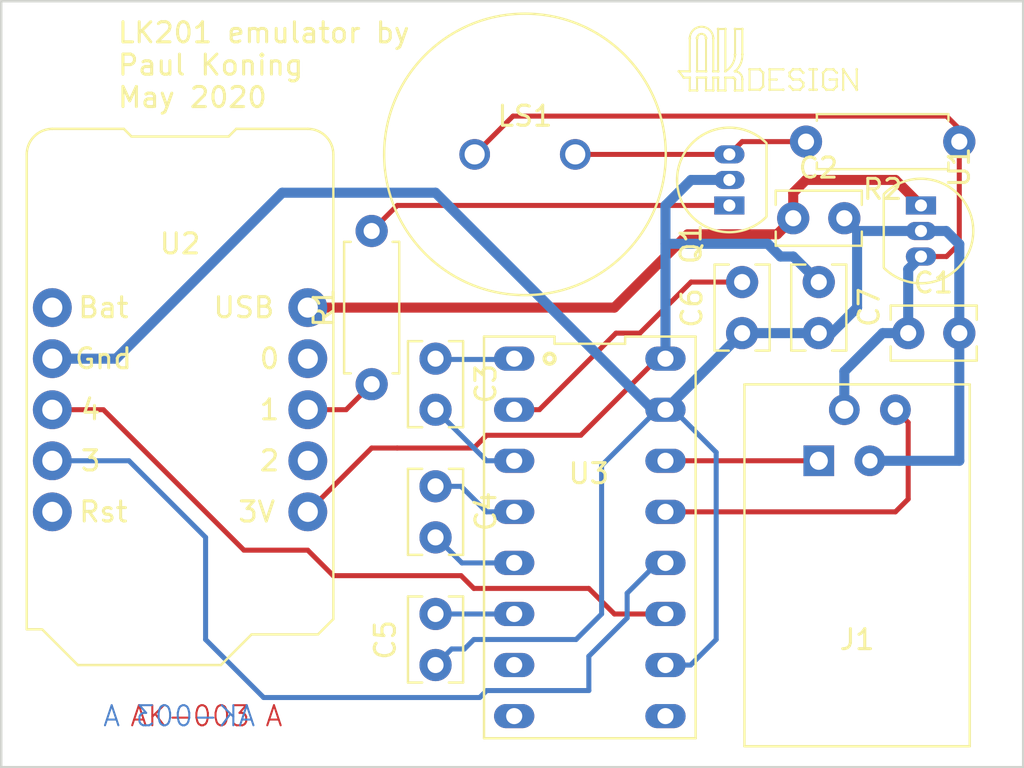
<source format=kicad_pcb>
(kicad_pcb (version 20171130) (host pcbnew "(5.1.6-0-10_14)")

  (general
    (thickness 1.6)
    (drawings 7)
    (tracks 118)
    (zones 0)
    (modules 19)
    (nets 25)
  )

  (page A4)
  (layers
    (0 F.Cu signal)
    (31 B.Cu signal)
    (32 B.Adhes user)
    (33 F.Adhes user)
    (34 B.Paste user)
    (35 F.Paste user)
    (36 B.SilkS user)
    (37 F.SilkS user)
    (38 B.Mask user)
    (39 F.Mask user)
    (40 Dwgs.User user hide)
    (41 Cmts.User user hide)
    (42 Eco1.User user hide)
    (43 Eco2.User user hide)
    (44 Edge.Cuts user)
    (45 Margin user)
    (46 B.CrtYd user hide)
    (47 F.CrtYd user hide)
    (48 B.Fab user hide)
    (49 F.Fab user hide)
  )

  (setup
    (last_trace_width 0.25)
    (user_trace_width 0.25)
    (user_trace_width 0.5)
    (trace_clearance 0.2)
    (zone_clearance 0.508)
    (zone_45_only no)
    (trace_min 0.1524)
    (via_size 0.8)
    (via_drill 0.4)
    (via_min_size 0.254)
    (via_min_drill 0.3)
    (uvia_size 0.3)
    (uvia_drill 0.1)
    (uvias_allowed no)
    (uvia_min_size 0.254)
    (uvia_min_drill 0.1)
    (edge_width 0.05)
    (segment_width 0.2)
    (pcb_text_width 0.3)
    (pcb_text_size 1.5 1.5)
    (mod_edge_width 0.12)
    (mod_text_size 1 1)
    (mod_text_width 0.15)
    (pad_size 1.524 1.524)
    (pad_drill 0.762)
    (pad_to_mask_clearance 0.051)
    (solder_mask_min_width 0.25)
    (aux_axis_origin 0 0)
    (visible_elements FFFFFF7F)
    (pcbplotparams
      (layerselection 0x010f0_ffffffff)
      (usegerberextensions false)
      (usegerberattributes false)
      (usegerberadvancedattributes false)
      (creategerberjobfile false)
      (excludeedgelayer true)
      (linewidth 0.100000)
      (plotframeref false)
      (viasonmask false)
      (mode 1)
      (useauxorigin false)
      (hpglpennumber 1)
      (hpglpenspeed 20)
      (hpglpendiameter 15.000000)
      (psnegative false)
      (psa4output false)
      (plotreference true)
      (plotvalue true)
      (plotinvisibletext false)
      (padsonsilk false)
      (subtractmaskfromsilk false)
      (outputformat 1)
      (mirror false)
      (drillshape 0)
      (scaleselection 1)
      (outputdirectory ""))
  )

  (net 0 "")
  (net 1 GND)
  (net 2 "Net-(C3-Pad2)")
  (net 3 "Net-(C4-Pad2)")
  (net 4 /V3_3)
  (net 5 "Net-(J1-Pad4)")
  (net 6 /V12)
  (net 7 "Net-(J1-Pad1)")
  (net 8 "Net-(U2-Pad9)")
  (net 9 "Net-(U2-Pad7)")
  (net 10 "Net-(U2-Pad5)")
  (net 11 "Net-(U2-Pad4)")
  (net 12 "Net-(U2-Pad3)")
  (net 13 "Net-(U2-Pad1)")
  (net 14 "Net-(U3-Pad8)")
  (net 15 "Net-(U3-Pad9)")
  (net 16 "Net-(U3-Pad7)")
  (net 17 /V5)
  (net 18 "Net-(C3-Pad1)")
  (net 19 "Net-(C4-Pad1)")
  (net 20 "Net-(C5-Pad2)")
  (net 21 "Net-(C6-Pad2)")
  (net 22 "Net-(LS1-Pad2)")
  (net 23 "Net-(R1-Pad1)")
  (net 24 "Net-(Q1-Pad1)")

  (net_class Default "This is the default net class."
    (clearance 0.2)
    (trace_width 0.25)
    (via_dia 0.8)
    (via_drill 0.4)
    (uvia_dia 0.3)
    (uvia_drill 0.1)
    (add_net /V12)
    (add_net /V3_3)
    (add_net /V5)
    (add_net GND)
    (add_net "Net-(C3-Pad1)")
    (add_net "Net-(C3-Pad2)")
    (add_net "Net-(C4-Pad1)")
    (add_net "Net-(C4-Pad2)")
    (add_net "Net-(C5-Pad2)")
    (add_net "Net-(C6-Pad2)")
    (add_net "Net-(J1-Pad1)")
    (add_net "Net-(J1-Pad4)")
    (add_net "Net-(LS1-Pad2)")
    (add_net "Net-(Q1-Pad1)")
    (add_net "Net-(R1-Pad1)")
    (add_net "Net-(U2-Pad1)")
    (add_net "Net-(U2-Pad3)")
    (add_net "Net-(U2-Pad4)")
    (add_net "Net-(U2-Pad5)")
    (add_net "Net-(U2-Pad7)")
    (add_net "Net-(U2-Pad9)")
    (add_net "Net-(U3-Pad7)")
    (add_net "Net-(U3-Pad8)")
    (add_net "Net-(U3-Pad9)")
  )

  (module lk201_parts:DIP-16_296_ELL (layer F.Cu) (tedit 5EC68F95) (tstamp 5EC425D6)
    (at 29.26 -11.43 270)
    (path /5EC32F48)
    (fp_text reference U3 (at -3.175 0.05) (layer F.SilkS)
      (effects (font (size 1 1) (thickness 0.15)))
    )
    (fp_text value ICL3232CPZ (at 0 0 270) (layer F.Fab)
      (effects (font (size 1 1) (thickness 0.15)))
    )
    (fp_line (start -9.99 5.259999) (end 9.99 5.26) (layer F.SilkS) (width 0.12))
    (fp_line (start 9.99 5.26) (end 9.99 -5.259999) (layer F.SilkS) (width 0.12))
    (fp_line (start 9.99 -5.259999) (end -9.99 -5.26) (layer F.SilkS) (width 0.12))
    (fp_line (start -9.99 -5.26) (end -9.99 -1.753333) (layer F.SilkS) (width 0.12))
    (fp_line (start -9.99 -1.753333) (end -9.63 -1.753333) (layer F.SilkS) (width 0.12))
    (fp_line (start -9.63 -1.753333) (end -9.63 1.753333) (layer F.SilkS) (width 0.12))
    (fp_line (start -9.63 1.753333) (end -9.99 1.753333) (layer F.SilkS) (width 0.12))
    (fp_line (start -9.99 1.753333) (end -9.99 5.259999) (layer F.SilkS) (width 0.12))
    (fp_line (start -9.74 -5.01) (end 9.74 -5.01) (layer F.CrtYd) (width 0.05))
    (fp_line (start 9.74 -5.01) (end 9.74 5.01) (layer F.CrtYd) (width 0.05))
    (fp_line (start 9.74 5.01) (end -9.74 5.01) (layer F.CrtYd) (width 0.05))
    (fp_line (start -9.74 5.01) (end -9.74 -5.01) (layer F.CrtYd) (width 0.05))
    (fp_circle (center -8.89 2) (end -8.636 2) (layer F.SilkS) (width 0.2))
    (pad 16 thru_hole oval (at -8.89 -3.76 270) (size 1.2 2) (drill 0.8) (layers *.Cu *.Mask)
      (net 4 /V3_3))
    (pad 1 thru_hole oval (at -8.89 3.76 270) (size 1.2 2) (drill 0.8) (layers *.Cu *.Mask)
      (net 18 "Net-(C3-Pad1)"))
    (pad 15 thru_hole oval (at -6.35 -3.76 270) (size 1.2 2) (drill 0.8) (layers *.Cu *.Mask)
      (net 1 GND))
    (pad 2 thru_hole oval (at -6.35 3.76 270) (size 1.2 2) (drill 0.8) (layers *.Cu *.Mask)
      (net 21 "Net-(C6-Pad2)"))
    (pad 14 thru_hole oval (at -3.81 -3.76 270) (size 1.2 2) (drill 0.8) (layers *.Cu *.Mask)
      (net 7 "Net-(J1-Pad1)"))
    (pad 3 thru_hole oval (at -3.81 3.76 270) (size 1.2 2) (drill 0.8) (layers *.Cu *.Mask)
      (net 2 "Net-(C3-Pad2)"))
    (pad 13 thru_hole oval (at -1.27 -3.76 270) (size 1.2 2) (drill 0.8) (layers *.Cu *.Mask)
      (net 5 "Net-(J1-Pad4)"))
    (pad 4 thru_hole oval (at -1.27 3.76 270) (size 1.2 2) (drill 0.8) (layers *.Cu *.Mask)
      (net 19 "Net-(C4-Pad1)"))
    (pad 12 thru_hole oval (at 1.27 -3.76 270) (size 1.2 2) (drill 0.8) (layers *.Cu *.Mask)
      (net 11 "Net-(U2-Pad4)"))
    (pad 5 thru_hole oval (at 1.27 3.76 270) (size 1.2 2) (drill 0.8) (layers *.Cu *.Mask)
      (net 3 "Net-(C4-Pad2)"))
    (pad 11 thru_hole oval (at 3.81 -3.76 270) (size 1.2 2) (drill 0.8) (layers *.Cu *.Mask)
      (net 12 "Net-(U2-Pad3)"))
    (pad 6 thru_hole oval (at 3.81 3.76 270) (size 1.2 2) (drill 0.8) (layers *.Cu *.Mask)
      (net 20 "Net-(C5-Pad2)"))
    (pad 10 thru_hole oval (at 6.35 -3.76 270) (size 1.2 2) (drill 0.8) (layers *.Cu *.Mask)
      (net 1 GND))
    (pad 7 thru_hole oval (at 6.35 3.76 270) (size 1.2 2) (drill 0.8) (layers *.Cu *.Mask)
      (net 16 "Net-(U3-Pad7)"))
    (pad 9 thru_hole oval (at 8.89 -3.76 270) (size 1.2 2) (drill 0.8) (layers *.Cu *.Mask)
      (net 15 "Net-(U3-Pad9)"))
    (pad 8 thru_hole oval (at 8.89 3.76 270) (size 1.2 2) (drill 0.8) (layers *.Cu *.Mask)
      (net 14 "Net-(U3-Pad8)"))
    (model ${KISYS3DMOD}/Package_DIP.3dshapes/DIP-16_W7.62mm.step
      (offset (xyz 8.890000000000001 3.81 0))
      (scale (xyz 1 1 1))
      (rotate (xyz 0 0 90))
    )
  )

  (module lk201_parts:Trinket_M0 (layer F.Cu) (tedit 5FEF8FE0) (tstamp 5EC42A39)
    (at 8.89 -19.05 180)
    (path /5EC32C3C)
    (fp_text reference U2 (at 0 6.985) (layer F.SilkS)
      (effects (font (size 1 1) (thickness 0.15)))
    )
    (fp_text value "Trinket M0" (at 0 -0.5) (layer F.Fab)
      (effects (font (size 1 1) (thickness 0.15)))
    )
    (fp_line (start 2.794 12.7) (end 6.35 12.7) (layer F.SilkS) (width 0.12))
    (fp_line (start 2.413 12.319) (end 2.794 12.7) (layer F.SilkS) (width 0.12))
    (fp_line (start -2.413 12.319) (end 2.413 12.319) (layer F.SilkS) (width 0.12))
    (fp_line (start -2.794 12.7) (end -2.412 12.319) (layer F.SilkS) (width 0.12))
    (fp_line (start -6.35 12.7) (end -2.794 12.7) (layer F.SilkS) (width 0.12))
    (fp_line (start 7.62 -12.192) (end 7.62 11.43) (layer F.SilkS) (width 0.12))
    (fp_line (start 6.858 -12.192) (end 7.62 -12.192) (layer F.SilkS) (width 0.12))
    (fp_line (start 5.08 -13.97) (end 6.858 -12.192) (layer F.SilkS) (width 0.12))
    (fp_line (start -2.032 -13.97) (end 5.08 -13.97) (layer F.SilkS) (width 0.12))
    (fp_line (start -3.556 -12.446) (end -2.032 -13.97) (layer F.SilkS) (width 0.12))
    (fp_line (start -6.858 -12.446) (end -3.556 -12.446) (layer F.SilkS) (width 0.12))
    (fp_line (start -7.62 -11.684) (end -6.858 -12.446) (layer F.SilkS) (width 0.12))
    (fp_line (start -7.62 11.43) (end -7.62 -11.684) (layer F.SilkS) (width 0.12))
    (fp_arc (start -6.35 11.43) (end -7.62 11.43) (angle -90) (layer F.SilkS) (width 0.12))
    (fp_arc (start 6.35 11.43) (end 6.35 12.7) (angle -90) (layer F.SilkS) (width 0.12))
    (fp_text user Bat (at 3.81 3.81) (layer F.SilkS)
      (effects (font (size 1 1) (thickness 0.15)))
    )
    (fp_text user Gnd (at 3.81 1.27) (layer F.SilkS)
      (effects (font (size 1 1) (thickness 0.15)))
    )
    (fp_text user 4 (at 4.445 -1.27) (layer F.SilkS)
      (effects (font (size 1 1) (thickness 0.15)))
    )
    (fp_text user 3 (at 4.445 -3.81) (layer F.SilkS)
      (effects (font (size 1 1) (thickness 0.15)))
    )
    (fp_text user Rst (at 3.81 -6.35) (layer F.SilkS)
      (effects (font (size 1 1) (thickness 0.15)))
    )
    (fp_text user 3V (at -3.81 -6.35) (layer F.SilkS)
      (effects (font (size 1 1) (thickness 0.15)))
    )
    (fp_text user 2 (at -4.445 -3.81) (layer F.SilkS)
      (effects (font (size 1 1) (thickness 0.15)))
    )
    (fp_text user 1 (at -4.445 -1.27) (layer F.SilkS)
      (effects (font (size 1 1) (thickness 0.15)))
    )
    (fp_text user 0 (at -4.445 1.27) (layer F.SilkS)
      (effects (font (size 1 1) (thickness 0.15)))
    )
    (fp_text user USB (at -3.175 3.81) (layer F.SilkS)
      (effects (font (size 1 1) (thickness 0.15)))
    )
    (pad "" np_thru_hole circle (at -6.096 6.223 180) (size 2.2 2.2) (drill 2.2) (layers *.Mask F.Cu))
    (pad "" np_thru_hole circle (at 6.096 6.223 180) (size 2.2 2.2) (drill 2.2) (layers *.Mask F.Cu))
    (pad "" np_thru_hole circle (at 5.715 -10.16 180) (size 2.2 2.2) (drill 2.2) (layers *.Mask F.Cu))
    (pad "" np_thru_hole circle (at -5.715 -10.16 180) (size 2.2 2.2) (drill 2.2) (layers *.Mask F.Cu))
    (pad 1 thru_hole circle (at 6.35 3.81 180) (size 1.93 1.93) (drill 1) (layers *.Cu *.Mask)
      (net 13 "Net-(U2-Pad1)"))
    (pad 2 thru_hole circle (at 6.35 1.27 180) (size 1.93 1.93) (drill 1) (layers *.Cu *.Mask)
      (net 1 GND))
    (pad 3 thru_hole circle (at 6.35 -1.27 180) (size 1.93 1.93) (drill 1) (layers *.Cu *.Mask)
      (net 12 "Net-(U2-Pad3)"))
    (pad 4 thru_hole circle (at 6.35 -3.81 180) (size 1.93 1.93) (drill 1) (layers *.Cu *.Mask)
      (net 11 "Net-(U2-Pad4)"))
    (pad 5 thru_hole circle (at 6.35 -6.35 180) (size 1.93 1.93) (drill 1) (layers *.Cu *.Mask)
      (net 10 "Net-(U2-Pad5)"))
    (pad 6 thru_hole circle (at -6.35 -6.35 180) (size 1.93 1.93) (drill 1) (layers *.Cu *.Mask)
      (net 4 /V3_3))
    (pad 7 thru_hole circle (at -6.35 -3.81 180) (size 1.93 1.93) (drill 1) (layers *.Cu *.Mask)
      (net 9 "Net-(U2-Pad7)"))
    (pad 8 thru_hole circle (at -6.35 -1.27 180) (size 1.93 1.93) (drill 1) (layers *.Cu *.Mask)
      (net 23 "Net-(R1-Pad1)"))
    (pad 9 thru_hole circle (at -6.35 1.27 180) (size 1.93 1.93) (drill 1) (layers *.Cu *.Mask)
      (net 8 "Net-(U2-Pad9)"))
    (pad 10 thru_hole circle (at -6.35 3.81 180) (size 1.93 1.93) (drill 1) (layers *.Cu *.Mask)
      (net 17 /V5))
    (model ${KIPRJMOD}/../lk201_parts/Trinket.step
      (offset (xyz 0 0 4))
      (scale (xyz 1 1 1))
      (rotate (xyz 0 0 180))
    )
  )

  (module lk201_parts:TO-92_Inline_Narrow_Oval (layer F.Cu) (tedit 5EC9668E) (tstamp 5EC41E3C)
    (at 45.72 -27.94 270)
    (descr "TO-92 leads in-line, narrow, oval pads, drill 0.6mm (see NXP sot054_po.pdf)")
    (tags "to-92 sc-43 sc-43a sot54 PA33 transistor")
    (path /5EC39C27)
    (fp_text reference U1 (at -1.905 -1.905 90) (layer F.SilkS)
      (effects (font (size 1 1) (thickness 0.15)))
    )
    (fp_text value L78L05 (at 1.27 2.79 90) (layer F.Fab) hide
      (effects (font (size 1 1) (thickness 0.15)))
    )
    (fp_line (start 4 2.01) (end -1.46 2.01) (layer F.CrtYd) (width 0.05))
    (fp_line (start 4 2.01) (end 4 -2.73) (layer F.CrtYd) (width 0.05))
    (fp_line (start -1.46 -2.73) (end -1.46 2.01) (layer F.CrtYd) (width 0.05))
    (fp_line (start -1.46 -2.73) (end 4 -2.73) (layer F.CrtYd) (width 0.05))
    (fp_line (start -0.5 1.75) (end 3 1.75) (layer F.Fab) (width 0.1))
    (fp_line (start -0.53 1.85) (end 3.07 1.85) (layer F.SilkS) (width 0.12))
    (fp_arc (start 1.27 0) (end 1.27 -2.6) (angle 135) (layer F.SilkS) (width 0.12))
    (fp_arc (start 1.27 0) (end 1.27 -2.48) (angle -135) (layer F.Fab) (width 0.1))
    (fp_arc (start 1.27 0) (end 1.27 -2.6) (angle -135) (layer F.SilkS) (width 0.12))
    (fp_arc (start 1.27 0) (end 1.27 -2.48) (angle 135) (layer F.Fab) (width 0.1))
    (fp_text user %R (at 1.27 -3.56 90) (layer F.Fab) hide
      (effects (font (size 1 1) (thickness 0.15)))
    )
    (pad 1 thru_hole rect (at 0 0 90) (size 0.9 1.5) (drill 0.6) (layers *.Cu *.Mask)
      (net 17 /V5))
    (pad 3 thru_hole oval (at 2.54 0 90) (size 0.9 1.5) (drill 0.6) (layers *.Cu *.Mask)
      (net 6 /V12))
    (pad 2 thru_hole oval (at 1.27 0 90) (size 0.9 1.5) (drill 0.6) (layers *.Cu *.Mask)
      (net 1 GND))
    (model ${KISYS3DMOD}/Package_TO_SOT_THT.3dshapes/TO-92L_Inline.step
      (offset (xyz 0 0 -1.5))
      (scale (xyz 1 1 1))
      (rotate (xyz 0 0 0))
    )
  )

  (module lk201_parts:R_Axial_DIN0207_L6.3mm_D2.5mm_P7.62mm_Horizontal (layer F.Cu) (tedit 5AE5139B) (tstamp 5ECABDE7)
    (at 47.625 -31.115 180)
    (descr "Resistor, Axial_DIN0207 series, Axial, Horizontal, pin pitch=7.62mm, 0.25W = 1/4W, length*diameter=6.3*2.5mm^2, http://cdn-reichelt.de/documents/datenblatt/B400/1_4W%23YAG.pdf")
    (tags "Resistor Axial_DIN0207 series Axial Horizontal pin pitch 7.62mm 0.25W = 1/4W length 6.3mm diameter 2.5mm")
    (path /5ECBBE28)
    (fp_text reference R2 (at 3.81 -2.37) (layer F.SilkS)
      (effects (font (size 1 1) (thickness 0.15)))
    )
    (fp_text value 3.3k (at 3.81 2.37) (layer F.Fab)
      (effects (font (size 1 1) (thickness 0.15)))
    )
    (fp_line (start 8.67 -1.5) (end -1.05 -1.5) (layer F.CrtYd) (width 0.05))
    (fp_line (start 8.67 1.5) (end 8.67 -1.5) (layer F.CrtYd) (width 0.05))
    (fp_line (start -1.05 1.5) (end 8.67 1.5) (layer F.CrtYd) (width 0.05))
    (fp_line (start -1.05 -1.5) (end -1.05 1.5) (layer F.CrtYd) (width 0.05))
    (fp_line (start 7.08 1.37) (end 7.08 1.04) (layer F.SilkS) (width 0.12))
    (fp_line (start 0.54 1.37) (end 7.08 1.37) (layer F.SilkS) (width 0.12))
    (fp_line (start 0.54 1.04) (end 0.54 1.37) (layer F.SilkS) (width 0.12))
    (fp_line (start 7.08 -1.37) (end 7.08 -1.04) (layer F.SilkS) (width 0.12))
    (fp_line (start 0.54 -1.37) (end 7.08 -1.37) (layer F.SilkS) (width 0.12))
    (fp_line (start 0.54 -1.04) (end 0.54 -1.37) (layer F.SilkS) (width 0.12))
    (fp_line (start 7.62 0) (end 6.96 0) (layer F.Fab) (width 0.1))
    (fp_line (start 0 0) (end 0.66 0) (layer F.Fab) (width 0.1))
    (fp_line (start 6.96 -1.25) (end 0.66 -1.25) (layer F.Fab) (width 0.1))
    (fp_line (start 6.96 1.25) (end 6.96 -1.25) (layer F.Fab) (width 0.1))
    (fp_line (start 0.66 1.25) (end 6.96 1.25) (layer F.Fab) (width 0.1))
    (fp_line (start 0.66 -1.25) (end 0.66 1.25) (layer F.Fab) (width 0.1))
    (fp_text user %R (at 3.81 0) (layer F.Fab)
      (effects (font (size 1 1) (thickness 0.15)))
    )
    (pad 2 thru_hole oval (at 7.62 0 180) (size 1.6 1.6) (drill 0.8) (layers *.Cu *.Mask)
      (net 22 "Net-(LS1-Pad2)"))
    (pad 1 thru_hole circle (at 0 0 180) (size 1.6 1.6) (drill 0.8) (layers *.Cu *.Mask)
      (net 6 /V12))
    (model ${KISYS3DMOD}/Resistor_THT.3dshapes/R_Axial_DIN0207_L6.3mm_D2.5mm_P7.62mm_Horizontal.wrl
      (at (xyz 0 0 0))
      (scale (xyz 1 1 1))
      (rotate (xyz 0 0 0))
    )
  )

  (module lk201_parts:R_Axial_DIN0207_L6.3mm_D2.5mm_P7.62mm_Horizontal (layer F.Cu) (tedit 5AE5139B) (tstamp 5ECABDD1)
    (at 18.415 -19.05 90)
    (descr "Resistor, Axial_DIN0207 series, Axial, Horizontal, pin pitch=7.62mm, 0.25W = 1/4W, length*diameter=6.3*2.5mm^2, http://cdn-reichelt.de/documents/datenblatt/B400/1_4W%23YAG.pdf")
    (tags "Resistor Axial_DIN0207 series Axial Horizontal pin pitch 7.62mm 0.25W = 1/4W length 6.3mm diameter 2.5mm")
    (path /5ECBA5B0)
    (fp_text reference R1 (at 3.81 -2.37 90) (layer F.SilkS)
      (effects (font (size 1 1) (thickness 0.15)))
    )
    (fp_text value 1k (at 3.81 2.37 90) (layer F.Fab)
      (effects (font (size 1 1) (thickness 0.15)))
    )
    (fp_line (start 8.67 -1.5) (end -1.05 -1.5) (layer F.CrtYd) (width 0.05))
    (fp_line (start 8.67 1.5) (end 8.67 -1.5) (layer F.CrtYd) (width 0.05))
    (fp_line (start -1.05 1.5) (end 8.67 1.5) (layer F.CrtYd) (width 0.05))
    (fp_line (start -1.05 -1.5) (end -1.05 1.5) (layer F.CrtYd) (width 0.05))
    (fp_line (start 7.08 1.37) (end 7.08 1.04) (layer F.SilkS) (width 0.12))
    (fp_line (start 0.54 1.37) (end 7.08 1.37) (layer F.SilkS) (width 0.12))
    (fp_line (start 0.54 1.04) (end 0.54 1.37) (layer F.SilkS) (width 0.12))
    (fp_line (start 7.08 -1.37) (end 7.08 -1.04) (layer F.SilkS) (width 0.12))
    (fp_line (start 0.54 -1.37) (end 7.08 -1.37) (layer F.SilkS) (width 0.12))
    (fp_line (start 0.54 -1.04) (end 0.54 -1.37) (layer F.SilkS) (width 0.12))
    (fp_line (start 7.62 0) (end 6.96 0) (layer F.Fab) (width 0.1))
    (fp_line (start 0 0) (end 0.66 0) (layer F.Fab) (width 0.1))
    (fp_line (start 6.96 -1.25) (end 0.66 -1.25) (layer F.Fab) (width 0.1))
    (fp_line (start 6.96 1.25) (end 6.96 -1.25) (layer F.Fab) (width 0.1))
    (fp_line (start 0.66 1.25) (end 6.96 1.25) (layer F.Fab) (width 0.1))
    (fp_line (start 0.66 -1.25) (end 0.66 1.25) (layer F.Fab) (width 0.1))
    (fp_text user %R (at 3.81 0 90) (layer F.Fab)
      (effects (font (size 1 1) (thickness 0.15)))
    )
    (pad 2 thru_hole oval (at 7.62 0 90) (size 1.6 1.6) (drill 0.8) (layers *.Cu *.Mask)
      (net 24 "Net-(Q1-Pad1)"))
    (pad 1 thru_hole circle (at 0 0 90) (size 1.6 1.6) (drill 0.8) (layers *.Cu *.Mask)
      (net 23 "Net-(R1-Pad1)"))
    (model ${KISYS3DMOD}/Resistor_THT.3dshapes/R_Axial_DIN0207_L6.3mm_D2.5mm_P7.62mm_Horizontal.wrl
      (at (xyz 0 0 0))
      (scale (xyz 1 1 1))
      (rotate (xyz 0 0 0))
    )
  )

  (module lk201_parts:TO-92_Inline_Narrow_Oval (layer F.Cu) (tedit 5EC9668E) (tstamp 5ECABDBB)
    (at 36.195 -27.94 90)
    (descr "TO-92 leads in-line, narrow, oval pads, drill 0.6mm (see NXP sot054_po.pdf)")
    (tags "to-92 sc-43 sc-43a sot54 PA33 transistor")
    (path /5ECB9074)
    (fp_text reference Q1 (at -1.905 -1.905 90) (layer F.SilkS)
      (effects (font (size 1 1) (thickness 0.15)))
    )
    (fp_text value 2N3904 (at 1.27 2.79 90) (layer F.Fab) hide
      (effects (font (size 1 1) (thickness 0.15)))
    )
    (fp_line (start 4 2.01) (end -1.46 2.01) (layer F.CrtYd) (width 0.05))
    (fp_line (start 4 2.01) (end 4 -2.73) (layer F.CrtYd) (width 0.05))
    (fp_line (start -1.46 -2.73) (end -1.46 2.01) (layer F.CrtYd) (width 0.05))
    (fp_line (start -1.46 -2.73) (end 4 -2.73) (layer F.CrtYd) (width 0.05))
    (fp_line (start -0.5 1.75) (end 3 1.75) (layer F.Fab) (width 0.1))
    (fp_line (start -0.53 1.85) (end 3.07 1.85) (layer F.SilkS) (width 0.12))
    (fp_arc (start 1.27 0) (end 1.27 -2.6) (angle 135) (layer F.SilkS) (width 0.12))
    (fp_arc (start 1.27 0) (end 1.27 -2.48) (angle -135) (layer F.Fab) (width 0.1))
    (fp_arc (start 1.27 0) (end 1.27 -2.6) (angle -135) (layer F.SilkS) (width 0.12))
    (fp_arc (start 1.27 0) (end 1.27 -2.48) (angle 135) (layer F.Fab) (width 0.1))
    (fp_text user %R (at 1.27 -3.56 90) (layer F.Fab) hide
      (effects (font (size 1 1) (thickness 0.15)))
    )
    (pad 1 thru_hole rect (at 0 0 270) (size 0.9 1.5) (drill 0.6) (layers *.Cu *.Mask)
      (net 24 "Net-(Q1-Pad1)"))
    (pad 3 thru_hole oval (at 2.54 0 270) (size 0.9 1.5) (drill 0.6) (layers *.Cu *.Mask)
      (net 22 "Net-(LS1-Pad2)"))
    (pad 2 thru_hole oval (at 1.27 0 270) (size 0.9 1.5) (drill 0.6) (layers *.Cu *.Mask)
      (net 4 /V3_3))
    (model ${KISYS3DMOD}/Package_TO_SOT_THT.3dshapes/TO-92L_Inline.step
      (offset (xyz 0 0 -1.5))
      (scale (xyz 1 1 1))
      (rotate (xyz 0 0 0))
    )
  )

  (module lk201_parts:PS1420_buzzer (layer F.Cu) (tedit 5EC6900F) (tstamp 5EC41E39)
    (at 26.035 -30.48 180)
    (path /5EC38E19)
    (fp_text reference LS1 (at 0 1.905 180) (layer F.SilkS)
      (effects (font (size 1 1) (thickness 0.15)))
    )
    (fp_text value PS1420 (at 0 -1.905 180) (layer F.Fab)
      (effects (font (size 1 1) (thickness 0.15)))
    )
    (fp_circle (center 0 0) (end 7 0) (layer F.SilkS) (width 0.12))
    (pad 1 thru_hole circle (at 2.5 0 180) (size 1.524 1.524) (drill 1) (layers *.Cu *.Mask)
      (net 6 /V12))
    (pad 2 thru_hole circle (at -2.5 0 180) (size 1.524 1.524) (drill 1) (layers *.Cu *.Mask)
      (net 22 "Net-(LS1-Pad2)"))
    (model ${KISYS3DMOD}/Buzzer_Beeper.3dshapes/Buzzer_15x7.5RM7.6.step
      (offset (xyz -3.6 0 0))
      (scale (xyz 0.93 0.93 1.1))
      (rotate (xyz 0 0 0))
    )
  )

  (module lk201_parts:RJ22 (layer F.Cu) (tedit 5FEF9014) (tstamp 5EC41E36)
    (at 42.545 -8.89)
    (path /5EC34B84)
    (fp_text reference J1 (at 0 2.54) (layer F.SilkS)
      (effects (font (size 1 1) (thickness 0.15)))
    )
    (fp_text value RJ22 (at 0 -0.5) (layer F.Fab)
      (effects (font (size 1 1) (thickness 0.15)))
    )
    (fp_line (start -5.6 7.85) (end -5.6 -10.15) (layer F.SilkS) (width 0.12))
    (fp_line (start 5.6 -10.15) (end -5.6 -10.15) (layer F.SilkS) (width 0.12))
    (fp_line (start 5.6 7.85) (end 5.6 -10.15) (layer F.SilkS) (width 0.12))
    (fp_line (start -5.6 7.85) (end 5.6 7.85) (layer F.SilkS) (width 0.12))
    (pad 1 thru_hole rect (at -1.905 -6.35) (size 1.524 1.524) (drill 0.9) (layers *.Cu *.Mask)
      (net 7 "Net-(J1-Pad1)"))
    (pad 2 thru_hole circle (at -0.635 -8.89) (size 1.524 1.524) (drill 0.9) (layers *.Cu *.Mask)
      (net 6 /V12))
    (pad 3 thru_hole circle (at 0.635 -6.35) (size 1.524 1.524) (drill 0.762) (layers *.Cu *.Mask)
      (net 1 GND))
    (pad 4 thru_hole circle (at 1.905 -8.89) (size 1.524 1.524) (drill 0.762) (layers *.Cu *.Mask)
      (net 5 "Net-(J1-Pad4)"))
    (pad "" np_thru_hole circle (at 3.81 0) (size 3.2 3.2) (drill 3.2) (layers *.Mask F.Cu))
    (pad "" np_thru_hole circle (at -3.81 0) (size 3.2 3.2) (drill 3.2) (layers *.Mask F.Cu))
    (model ${KIPRJMOD}/../lk201_parts/modular_jack_a-20040.step
      (offset (xyz 0 -10.5 1.2))
      (scale (xyz 1 1 1))
      (rotate (xyz 90 180 180))
    )
  )

  (module lk201_parts:C_Rect_L4.0mm_W2.5mm_P2.54mm (layer F.Cu) (tedit 5FECF770) (tstamp 5EC41E28)
    (at 40.64 -24.13 270)
    (descr "C, Rect series, Radial, pin pitch=2.50mm, , length*width=4*2.5mm^2, Capacitor")
    (tags "C Rect series Radial pin pitch 2.50mm  length 4mm width 2.5mm Capacitor")
    (path /5EC4C92F)
    (fp_text reference C7 (at 1.25 -2.5 90) (layer F.SilkS)
      (effects (font (size 1 1) (thickness 0.15)))
    )
    (fp_text value 0.1uF (at 1.25 2.5 90) (layer F.Fab)
      (effects (font (size 1 1) (thickness 0.15)))
    )
    (fp_line (start -0.75 -1.25) (end -0.75 1.25) (layer F.Fab) (width 0.1))
    (fp_line (start -0.75 1.25) (end 3.25 1.25) (layer F.Fab) (width 0.1))
    (fp_line (start 3.29 1.25) (end 3.29 -1.25) (layer F.Fab) (width 0.1))
    (fp_line (start 3.25 -1.25) (end -0.75 -1.25) (layer F.Fab) (width 0.1))
    (fp_line (start -0.87 -1.37) (end 3.41 -1.37) (layer F.SilkS) (width 0.12))
    (fp_line (start -0.87 1.37) (end 3.41 1.37) (layer F.SilkS) (width 0.12))
    (fp_line (start -0.87 -1.37) (end -0.87 -0.665) (layer F.SilkS) (width 0.12))
    (fp_line (start -0.87 0.665) (end -0.87 1.37) (layer F.SilkS) (width 0.12))
    (fp_line (start 3.41 -1.37) (end 3.41 -0.665) (layer F.SilkS) (width 0.12))
    (fp_line (start 3.41 0.665) (end 3.41 1.37) (layer F.SilkS) (width 0.12))
    (fp_line (start -1.05 -1.5) (end -1.05 1.5) (layer F.CrtYd) (width 0.05))
    (fp_line (start -1.05 1.5) (end 3.55 1.5) (layer F.CrtYd) (width 0.05))
    (fp_line (start 3.59 1.5) (end 3.59 -1.5) (layer F.CrtYd) (width 0.05))
    (fp_line (start 3.55 -1.5) (end -1.05 -1.5) (layer F.CrtYd) (width 0.05))
    (fp_text user %R (at 1.25 0 90) (layer F.Fab)
      (effects (font (size 0.8 0.8) (thickness 0.12)))
    )
    (pad 2 thru_hole circle (at 2.54 0 270) (size 1.6 1.6) (drill 0.8) (layers *.Cu *.Mask)
      (net 1 GND))
    (pad 1 thru_hole circle (at 0 0 270) (size 1.6 1.6) (drill 0.8) (layers *.Cu *.Mask)
      (net 4 /V3_3))
    (model ${KISYS3DMOD}/Capacitor_THT.3dshapes/C_Rect_L4.0mm_W2.5mm_P2.50mm.wrl
      (at (xyz 0 0 0))
      (scale (xyz 1 1 1))
      (rotate (xyz 0 0 0))
    )
  )

  (module lk201_parts:C_Rect_L4.0mm_W2.5mm_P2.54mm (layer F.Cu) (tedit 5FECF770) (tstamp 5EC41E22)
    (at 36.83 -21.59 90)
    (descr "C, Rect series, Radial, pin pitch=2.50mm, , length*width=4*2.5mm^2, Capacitor")
    (tags "C Rect series Radial pin pitch 2.50mm  length 4mm width 2.5mm Capacitor")
    (path /5EC4CB26)
    (fp_text reference C6 (at 1.25 -2.5 90) (layer F.SilkS)
      (effects (font (size 1 1) (thickness 0.15)))
    )
    (fp_text value 0.1uF (at 1.25 2.5 90) (layer F.Fab)
      (effects (font (size 1 1) (thickness 0.15)))
    )
    (fp_line (start -0.75 -1.25) (end -0.75 1.25) (layer F.Fab) (width 0.1))
    (fp_line (start -0.75 1.25) (end 3.25 1.25) (layer F.Fab) (width 0.1))
    (fp_line (start 3.29 1.25) (end 3.29 -1.25) (layer F.Fab) (width 0.1))
    (fp_line (start 3.25 -1.25) (end -0.75 -1.25) (layer F.Fab) (width 0.1))
    (fp_line (start -0.87 -1.37) (end 3.41 -1.37) (layer F.SilkS) (width 0.12))
    (fp_line (start -0.87 1.37) (end 3.41 1.37) (layer F.SilkS) (width 0.12))
    (fp_line (start -0.87 -1.37) (end -0.87 -0.665) (layer F.SilkS) (width 0.12))
    (fp_line (start -0.87 0.665) (end -0.87 1.37) (layer F.SilkS) (width 0.12))
    (fp_line (start 3.41 -1.37) (end 3.41 -0.665) (layer F.SilkS) (width 0.12))
    (fp_line (start 3.41 0.665) (end 3.41 1.37) (layer F.SilkS) (width 0.12))
    (fp_line (start -1.05 -1.5) (end -1.05 1.5) (layer F.CrtYd) (width 0.05))
    (fp_line (start -1.05 1.5) (end 3.55 1.5) (layer F.CrtYd) (width 0.05))
    (fp_line (start 3.59 1.5) (end 3.59 -1.5) (layer F.CrtYd) (width 0.05))
    (fp_line (start 3.55 -1.5) (end -1.05 -1.5) (layer F.CrtYd) (width 0.05))
    (fp_text user %R (at 1.25 0 90) (layer F.Fab)
      (effects (font (size 0.8 0.8) (thickness 0.12)))
    )
    (pad 2 thru_hole circle (at 2.54 0 90) (size 1.6 1.6) (drill 0.8) (layers *.Cu *.Mask)
      (net 21 "Net-(C6-Pad2)"))
    (pad 1 thru_hole circle (at 0 0 90) (size 1.6 1.6) (drill 0.8) (layers *.Cu *.Mask)
      (net 1 GND))
    (model ${KISYS3DMOD}/Capacitor_THT.3dshapes/C_Rect_L4.0mm_W2.5mm_P2.50mm.wrl
      (at (xyz 0 0 0))
      (scale (xyz 1 1 1))
      (rotate (xyz 0 0 0))
    )
  )

  (module lk201_parts:C_Rect_L4.0mm_W2.5mm_P2.54mm (layer F.Cu) (tedit 5FECF770) (tstamp 5EC4281A)
    (at 21.59 -5.08 90)
    (descr "C, Rect series, Radial, pin pitch=2.50mm, , length*width=4*2.5mm^2, Capacitor")
    (tags "C Rect series Radial pin pitch 2.50mm  length 4mm width 2.5mm Capacitor")
    (path /5EC4D189)
    (fp_text reference C5 (at 1.25 -2.5 90) (layer F.SilkS)
      (effects (font (size 1 1) (thickness 0.15)))
    )
    (fp_text value 0.1uF (at 1.25 2.5 90) (layer F.Fab)
      (effects (font (size 1 1) (thickness 0.15)))
    )
    (fp_line (start -0.75 -1.25) (end -0.75 1.25) (layer F.Fab) (width 0.1))
    (fp_line (start -0.75 1.25) (end 3.25 1.25) (layer F.Fab) (width 0.1))
    (fp_line (start 3.29 1.25) (end 3.29 -1.25) (layer F.Fab) (width 0.1))
    (fp_line (start 3.25 -1.25) (end -0.75 -1.25) (layer F.Fab) (width 0.1))
    (fp_line (start -0.87 -1.37) (end 3.41 -1.37) (layer F.SilkS) (width 0.12))
    (fp_line (start -0.87 1.37) (end 3.41 1.37) (layer F.SilkS) (width 0.12))
    (fp_line (start -0.87 -1.37) (end -0.87 -0.665) (layer F.SilkS) (width 0.12))
    (fp_line (start -0.87 0.665) (end -0.87 1.37) (layer F.SilkS) (width 0.12))
    (fp_line (start 3.41 -1.37) (end 3.41 -0.665) (layer F.SilkS) (width 0.12))
    (fp_line (start 3.41 0.665) (end 3.41 1.37) (layer F.SilkS) (width 0.12))
    (fp_line (start -1.05 -1.5) (end -1.05 1.5) (layer F.CrtYd) (width 0.05))
    (fp_line (start -1.05 1.5) (end 3.55 1.5) (layer F.CrtYd) (width 0.05))
    (fp_line (start 3.59 1.5) (end 3.59 -1.5) (layer F.CrtYd) (width 0.05))
    (fp_line (start 3.55 -1.5) (end -1.05 -1.5) (layer F.CrtYd) (width 0.05))
    (fp_text user %R (at 1.25 0 90) (layer F.Fab)
      (effects (font (size 0.8 0.8) (thickness 0.12)))
    )
    (pad 2 thru_hole circle (at 2.54 0 90) (size 1.6 1.6) (drill 0.8) (layers *.Cu *.Mask)
      (net 20 "Net-(C5-Pad2)"))
    (pad 1 thru_hole circle (at 0 0 90) (size 1.6 1.6) (drill 0.8) (layers *.Cu *.Mask)
      (net 1 GND))
    (model ${KISYS3DMOD}/Capacitor_THT.3dshapes/C_Rect_L4.0mm_W2.5mm_P2.50mm.wrl
      (at (xyz 0 0 0))
      (scale (xyz 1 1 1))
      (rotate (xyz 0 0 0))
    )
  )

  (module lk201_parts:C_Rect_L4.0mm_W2.5mm_P2.54mm (layer F.Cu) (tedit 5FECF770) (tstamp 5EC41E1F)
    (at 21.59 -13.97 270)
    (descr "C, Rect series, Radial, pin pitch=2.50mm, , length*width=4*2.5mm^2, Capacitor")
    (tags "C Rect series Radial pin pitch 2.50mm  length 4mm width 2.5mm Capacitor")
    (path /5EC4C577)
    (fp_text reference C4 (at 1.25 -2.5 90) (layer F.SilkS)
      (effects (font (size 1 1) (thickness 0.15)))
    )
    (fp_text value 0.1uF (at 1.25 2.5 90) (layer F.Fab)
      (effects (font (size 1 1) (thickness 0.15)))
    )
    (fp_line (start -0.75 -1.25) (end -0.75 1.25) (layer F.Fab) (width 0.1))
    (fp_line (start -0.75 1.25) (end 3.25 1.25) (layer F.Fab) (width 0.1))
    (fp_line (start 3.29 1.25) (end 3.29 -1.25) (layer F.Fab) (width 0.1))
    (fp_line (start 3.25 -1.25) (end -0.75 -1.25) (layer F.Fab) (width 0.1))
    (fp_line (start -0.87 -1.37) (end 3.41 -1.37) (layer F.SilkS) (width 0.12))
    (fp_line (start -0.87 1.37) (end 3.41 1.37) (layer F.SilkS) (width 0.12))
    (fp_line (start -0.87 -1.37) (end -0.87 -0.665) (layer F.SilkS) (width 0.12))
    (fp_line (start -0.87 0.665) (end -0.87 1.37) (layer F.SilkS) (width 0.12))
    (fp_line (start 3.41 -1.37) (end 3.41 -0.665) (layer F.SilkS) (width 0.12))
    (fp_line (start 3.41 0.665) (end 3.41 1.37) (layer F.SilkS) (width 0.12))
    (fp_line (start -1.05 -1.5) (end -1.05 1.5) (layer F.CrtYd) (width 0.05))
    (fp_line (start -1.05 1.5) (end 3.55 1.5) (layer F.CrtYd) (width 0.05))
    (fp_line (start 3.59 1.5) (end 3.59 -1.5) (layer F.CrtYd) (width 0.05))
    (fp_line (start 3.55 -1.5) (end -1.05 -1.5) (layer F.CrtYd) (width 0.05))
    (fp_text user %R (at 1.25 0 90) (layer F.Fab)
      (effects (font (size 0.8 0.8) (thickness 0.12)))
    )
    (pad 2 thru_hole circle (at 2.54 0 270) (size 1.6 1.6) (drill 0.8) (layers *.Cu *.Mask)
      (net 3 "Net-(C4-Pad2)"))
    (pad 1 thru_hole circle (at 0 0 270) (size 1.6 1.6) (drill 0.8) (layers *.Cu *.Mask)
      (net 19 "Net-(C4-Pad1)"))
    (model ${KISYS3DMOD}/Capacitor_THT.3dshapes/C_Rect_L4.0mm_W2.5mm_P2.50mm.wrl
      (at (xyz 0 0 0))
      (scale (xyz 1 1 1))
      (rotate (xyz 0 0 0))
    )
  )

  (module lk201_parts:C_Rect_L4.0mm_W2.5mm_P2.54mm (layer F.Cu) (tedit 5FECF770) (tstamp 5EC42688)
    (at 21.59 -20.32 270)
    (descr "C, Rect series, Radial, pin pitch=2.50mm, , length*width=4*2.5mm^2, Capacitor")
    (tags "C Rect series Radial pin pitch 2.50mm  length 4mm width 2.5mm Capacitor")
    (path /5EC4C74A)
    (fp_text reference C3 (at 1.25 -2.5 90) (layer F.SilkS)
      (effects (font (size 1 1) (thickness 0.15)))
    )
    (fp_text value 0.1uF (at 1.25 2.5 90) (layer F.Fab)
      (effects (font (size 1 1) (thickness 0.15)))
    )
    (fp_line (start -0.75 -1.25) (end -0.75 1.25) (layer F.Fab) (width 0.1))
    (fp_line (start -0.75 1.25) (end 3.25 1.25) (layer F.Fab) (width 0.1))
    (fp_line (start 3.29 1.25) (end 3.29 -1.25) (layer F.Fab) (width 0.1))
    (fp_line (start 3.25 -1.25) (end -0.75 -1.25) (layer F.Fab) (width 0.1))
    (fp_line (start -0.87 -1.37) (end 3.41 -1.37) (layer F.SilkS) (width 0.12))
    (fp_line (start -0.87 1.37) (end 3.41 1.37) (layer F.SilkS) (width 0.12))
    (fp_line (start -0.87 -1.37) (end -0.87 -0.665) (layer F.SilkS) (width 0.12))
    (fp_line (start -0.87 0.665) (end -0.87 1.37) (layer F.SilkS) (width 0.12))
    (fp_line (start 3.41 -1.37) (end 3.41 -0.665) (layer F.SilkS) (width 0.12))
    (fp_line (start 3.41 0.665) (end 3.41 1.37) (layer F.SilkS) (width 0.12))
    (fp_line (start -1.05 -1.5) (end -1.05 1.5) (layer F.CrtYd) (width 0.05))
    (fp_line (start -1.05 1.5) (end 3.55 1.5) (layer F.CrtYd) (width 0.05))
    (fp_line (start 3.59 1.5) (end 3.59 -1.5) (layer F.CrtYd) (width 0.05))
    (fp_line (start 3.55 -1.5) (end -1.05 -1.5) (layer F.CrtYd) (width 0.05))
    (fp_text user %R (at 1.25 0 90) (layer F.Fab)
      (effects (font (size 0.8 0.8) (thickness 0.12)))
    )
    (pad 2 thru_hole circle (at 2.54 0 270) (size 1.6 1.6) (drill 0.8) (layers *.Cu *.Mask)
      (net 2 "Net-(C3-Pad2)"))
    (pad 1 thru_hole circle (at 0 0 270) (size 1.6 1.6) (drill 0.8) (layers *.Cu *.Mask)
      (net 18 "Net-(C3-Pad1)"))
    (model ${KISYS3DMOD}/Capacitor_THT.3dshapes/C_Rect_L4.0mm_W2.5mm_P2.50mm.wrl
      (at (xyz 0 0 0))
      (scale (xyz 1 1 1))
      (rotate (xyz 0 0 0))
    )
  )

  (module lk201_parts:C_Rect_L4.0mm_W2.5mm_P2.54mm (layer F.Cu) (tedit 5FECF770) (tstamp 5EC970BD)
    (at 39.37 -27.305)
    (descr "C, Rect series, Radial, pin pitch=2.50mm, , length*width=4*2.5mm^2, Capacitor")
    (tags "C Rect series Radial pin pitch 2.50mm  length 4mm width 2.5mm Capacitor")
    (path /5EC9A360)
    (fp_text reference C2 (at 1.25 -2.5) (layer F.SilkS)
      (effects (font (size 1 1) (thickness 0.15)))
    )
    (fp_text value 0.1uF (at 1.25 2.5) (layer F.Fab)
      (effects (font (size 1 1) (thickness 0.15)))
    )
    (fp_line (start -0.75 -1.25) (end -0.75 1.25) (layer F.Fab) (width 0.1))
    (fp_line (start -0.75 1.25) (end 3.25 1.25) (layer F.Fab) (width 0.1))
    (fp_line (start 3.29 1.25) (end 3.29 -1.25) (layer F.Fab) (width 0.1))
    (fp_line (start 3.25 -1.25) (end -0.75 -1.25) (layer F.Fab) (width 0.1))
    (fp_line (start -0.87 -1.37) (end 3.41 -1.37) (layer F.SilkS) (width 0.12))
    (fp_line (start -0.87 1.37) (end 3.41 1.37) (layer F.SilkS) (width 0.12))
    (fp_line (start -0.87 -1.37) (end -0.87 -0.665) (layer F.SilkS) (width 0.12))
    (fp_line (start -0.87 0.665) (end -0.87 1.37) (layer F.SilkS) (width 0.12))
    (fp_line (start 3.41 -1.37) (end 3.41 -0.665) (layer F.SilkS) (width 0.12))
    (fp_line (start 3.41 0.665) (end 3.41 1.37) (layer F.SilkS) (width 0.12))
    (fp_line (start -1.05 -1.5) (end -1.05 1.5) (layer F.CrtYd) (width 0.05))
    (fp_line (start -1.05 1.5) (end 3.55 1.5) (layer F.CrtYd) (width 0.05))
    (fp_line (start 3.59 1.5) (end 3.59 -1.5) (layer F.CrtYd) (width 0.05))
    (fp_line (start 3.55 -1.5) (end -1.05 -1.5) (layer F.CrtYd) (width 0.05))
    (fp_text user %R (at 1.25 0) (layer F.Fab)
      (effects (font (size 0.8 0.8) (thickness 0.12)))
    )
    (pad 2 thru_hole circle (at 2.54 0) (size 1.6 1.6) (drill 0.8) (layers *.Cu *.Mask)
      (net 1 GND))
    (pad 1 thru_hole circle (at 0 0) (size 1.6 1.6) (drill 0.8) (layers *.Cu *.Mask)
      (net 17 /V5))
    (model ${KISYS3DMOD}/Capacitor_THT.3dshapes/C_Rect_L4.0mm_W2.5mm_P2.50mm.wrl
      (at (xyz 0 0 0))
      (scale (xyz 1 1 1))
      (rotate (xyz 0 0 0))
    )
  )

  (module lk201_parts:C_Rect_L4.0mm_W2.5mm_P2.54mm (layer F.Cu) (tedit 5FECF770) (tstamp 5EC970F6)
    (at 45.085 -21.59)
    (descr "C, Rect series, Radial, pin pitch=2.50mm, , length*width=4*2.5mm^2, Capacitor")
    (tags "C Rect series Radial pin pitch 2.50mm  length 4mm width 2.5mm Capacitor")
    (path /5EC9910A)
    (fp_text reference C1 (at 1.25 -2.5) (layer F.SilkS)
      (effects (font (size 1 1) (thickness 0.15)))
    )
    (fp_text value 0.1uF (at 1.25 2.5) (layer F.Fab)
      (effects (font (size 1 1) (thickness 0.15)))
    )
    (fp_line (start -0.75 -1.25) (end -0.75 1.25) (layer F.Fab) (width 0.1))
    (fp_line (start -0.75 1.25) (end 3.25 1.25) (layer F.Fab) (width 0.1))
    (fp_line (start 3.29 1.25) (end 3.29 -1.25) (layer F.Fab) (width 0.1))
    (fp_line (start 3.25 -1.25) (end -0.75 -1.25) (layer F.Fab) (width 0.1))
    (fp_line (start -0.87 -1.37) (end 3.41 -1.37) (layer F.SilkS) (width 0.12))
    (fp_line (start -0.87 1.37) (end 3.41 1.37) (layer F.SilkS) (width 0.12))
    (fp_line (start -0.87 -1.37) (end -0.87 -0.665) (layer F.SilkS) (width 0.12))
    (fp_line (start -0.87 0.665) (end -0.87 1.37) (layer F.SilkS) (width 0.12))
    (fp_line (start 3.41 -1.37) (end 3.41 -0.665) (layer F.SilkS) (width 0.12))
    (fp_line (start 3.41 0.665) (end 3.41 1.37) (layer F.SilkS) (width 0.12))
    (fp_line (start -1.05 -1.5) (end -1.05 1.5) (layer F.CrtYd) (width 0.05))
    (fp_line (start -1.05 1.5) (end 3.55 1.5) (layer F.CrtYd) (width 0.05))
    (fp_line (start 3.59 1.5) (end 3.59 -1.5) (layer F.CrtYd) (width 0.05))
    (fp_line (start 3.55 -1.5) (end -1.05 -1.5) (layer F.CrtYd) (width 0.05))
    (fp_text user %R (at 1.25 0) (layer F.Fab)
      (effects (font (size 0.8 0.8) (thickness 0.12)))
    )
    (pad 2 thru_hole circle (at 2.54 0) (size 1.6 1.6) (drill 0.8) (layers *.Cu *.Mask)
      (net 1 GND))
    (pad 1 thru_hole circle (at 0 0) (size 1.6 1.6) (drill 0.8) (layers *.Cu *.Mask)
      (net 6 /V12))
    (model ${KISYS3DMOD}/Capacitor_THT.3dshapes/C_Rect_L4.0mm_W2.5mm_P2.50mm.wrl
      (at (xyz 0 0 0))
      (scale (xyz 1 1 1))
      (rotate (xyz 0 0 0))
    )
  )

  (module LK201:AK_Design_9mm (layer F.Cu) (tedit 5EC6EF5E) (tstamp 5EC6F4BB)
    (at 33.655 -33.655)
    (fp_text reference REF** (at 0 0.5) (layer F.SilkS) hide
      (effects (font (size 1 1) (thickness 0.15)))
    )
    (fp_text value AK_Design_9mm (at 0 -0.5) (layer F.Fab) hide
      (effects (font (size 1 1) (thickness 0.15)))
    )
    (fp_line (start 0.573643 -0.644323) (end 0.573643 -0.006628) (layer F.SilkS) (width 0.099998))
    (fp_line (start 0.272843 -0.644323) (end 0.573643 -0.644323) (layer F.SilkS) (width 0.099998))
    (fp_line (start 6.536863 -0.042724) (end 6.874042 -0.042724) (layer F.SilkS) (width 0.099998))
    (fp_line (start 5.708314 -0.042724) (end 5.539724 -0.211314) (layer F.SilkS) (width 0.099998))
    (fp_line (start 6.045541 -0.042724) (end 5.708314 -0.042724) (layer F.SilkS) (width 0.099998))
    (fp_line (start 6.214131 -0.211314) (end 6.045541 -0.042724) (layer F.SilkS) (width 0.099998))
    (fp_line (start 6.214131 -0.379904) (end 6.214131 -0.211314) (layer F.SilkS) (width 0.099998))
    (fp_line (start 6.045541 -0.548494) (end 6.214131 -0.379904) (layer F.SilkS) (width 0.099998))
    (fp_line (start 5.708314 -0.548494) (end 6.045541 -0.548494) (layer F.SilkS) (width 0.099998))
    (fp_line (start 5.539724 -0.717084) (end 5.708314 -0.548494) (layer F.SilkS) (width 0.099998))
    (fp_line (start 5.539724 -0.885674) (end 5.539724 -0.717084) (layer F.SilkS) (width 0.099998))
    (fp_line (start 5.216992 -1.054263) (end 4.542633 -1.054263) (layer F.SilkS) (width 0.099998))
    (fp_line (start 4.051311 -1.054263) (end 3.545542 -1.054263) (layer F.SilkS) (width 0.099998))
    (fp_line (start 4.219901 -0.885674) (end 4.051311 -1.054263) (layer F.SilkS) (width 0.099998))
    (fp_line (start 4.219901 -0.211314) (end 4.219901 -0.885674) (layer F.SilkS) (width 0.099998))
    (fp_line (start 4.051311 -0.042724) (end 4.219901 -0.211314) (layer F.SilkS) (width 0.099998))
    (fp_line (start 3.545542 -0.042724) (end 4.051311 -0.042724) (layer F.SilkS) (width 0.099998))
    (fp_line (start 3.545542 -1.054263) (end 3.545542 -0.042724) (layer F.SilkS) (width 0.099998))
    (fp_line (start 0.934602 -2.59952) (end 0.934602 -2.6296) (layer F.SilkS) (width 0.099998))
    (fp_line (start 0.934602 -0.957155) (end 0.934602 -2.59952) (layer F.SilkS) (width 0.099998))
    (fp_line (start 8.873056 -0.042724) (end 8.873056 -1.054263) (layer F.SilkS) (width 0.099998))
    (fp_line (start 8.198697 -1.054263) (end 8.873056 -0.042724) (layer F.SilkS) (width 0.099998))
    (fp_line (start 8.198697 -0.042724) (end 8.198697 -1.054263) (layer F.SilkS) (width 0.099998))
    (fp_line (start 7.875965 -0.548494) (end 7.538738 -0.548494) (layer F.SilkS) (width 0.099998))
    (fp_line (start 7.875965 -0.211314) (end 7.875965 -0.548494) (layer F.SilkS) (width 0.099998))
    (fp_line (start 7.707328 -0.042724) (end 7.875965 -0.211314) (layer F.SilkS) (width 0.099998))
    (fp_line (start 7.370148 -0.042724) (end 7.707328 -0.042724) (layer F.SilkS) (width 0.099998))
    (fp_line (start 7.201558 -0.211314) (end 7.370148 -0.042724) (layer F.SilkS) (width 0.099998))
    (fp_line (start 7.201558 -0.885674) (end 7.201558 -0.211314) (layer F.SilkS) (width 0.099998))
    (fp_line (start 7.370148 -1.054263) (end 7.201558 -0.885674) (layer F.SilkS) (width 0.099998))
    (fp_line (start 7.707328 -1.054263) (end 7.370148 -1.054263) (layer F.SilkS) (width 0.099998))
    (fp_line (start 2.342344 -0.644323) (end 2.727367 -0.644323) (layer F.SilkS) (width 0.099998))
    (fp_line (start 2.342344 -0.006628) (end 2.342344 -0.644323) (layer F.SilkS) (width 0.099998))
    (fp_line (start 1.981384 -0.006628) (end 2.342344 -0.006628) (layer F.SilkS) (width 0.099998))
    (fp_line (start 4.542633 -0.042724) (end 5.216992 -0.042724) (layer F.SilkS) (width 0.099998))
    (fp_line (start 4.542633 -1.054263) (end 4.542633 -0.042724) (layer F.SilkS) (width 0.099998))
    (fp_line (start 3.184582 -1.799393) (end 3.184582 -3.062751) (layer F.SilkS) (width 0.099998))
    (fp_line (start 6.705452 -0.042724) (end 6.705452 -1.054263) (layer F.SilkS) (width 0.099998))
    (fp_line (start 3.184582 -3.062751) (end 2.823623 -3.062751) (layer F.SilkS) (width 0.099998))
    (fp_line (start 0.573643 -2.59952) (end 0.573643 -0.957155) (layer F.SilkS) (width 0.099998))
    (fp_line (start 5.708314 -1.054263) (end 5.539724 -0.885674) (layer F.SilkS) (width 0.099998))
    (fp_line (start 6.045541 -1.054263) (end 5.708314 -1.054263) (layer F.SilkS) (width 0.099998))
    (fp_line (start 6.214131 -0.885674) (end 6.045541 -1.054263) (layer F.SilkS) (width 0.099998))
    (fp_line (start 4.542633 -0.548494) (end 4.879813 -0.548494) (layer F.SilkS) (width 0.099998))
    (fp_line (start 1.981384 -0.644323) (end 1.981384 -0.006628) (layer F.SilkS) (width 0.099998))
    (fp_line (start 1.740745 -0.644323) (end 1.981384 -0.644323) (layer F.SilkS) (width 0.099998))
    (fp_line (start 1.740745 -0.006628) (end 1.740745 -0.644323) (layer F.SilkS) (width 0.099998))
    (fp_line (start 2.342344 -3.062751) (end 1.981384 -3.062751) (layer F.SilkS) (width 0.099998))
    (fp_line (start 2.342344 -0.957155) (end 2.342344 -3.062751) (layer F.SilkS) (width 0.099998))
    (fp_line (start 0.573643 -0.006628) (end 0.934602 -0.006628) (layer F.SilkS) (width 0.099998))
    (fp_line (start 0.032204 -0.957155) (end 0.272843 -0.644323) (layer F.SilkS) (width 0.099998))
    (fp_line (start 0.573643 -0.957155) (end 0.032204 -0.957155) (layer F.SilkS) (width 0.099998))
    (fp_line (start 1.379785 -0.957155) (end 0.934602 -0.957155) (layer F.SilkS) (width 0.099998))
    (fp_line (start 1.379785 -2.59952) (end 1.379785 -0.957155) (layer F.SilkS) (width 0.099998))
    (fp_line (start 1.379785 -2.617568) (end 1.379785 -2.59952) (layer F.SilkS) (width 0.099998))
    (fp_line (start 1.740745 -0.957155) (end 1.740745 -2.59952) (layer F.SilkS) (width 0.099998))
    (fp_line (start 0.934602 -0.006628) (end 0.934602 -0.644323) (layer F.SilkS) (width 0.099998))
    (fp_line (start 1.981384 -0.957155) (end 1.740745 -0.957155) (layer F.SilkS) (width 0.099998))
    (fp_line (start 1.981384 -3.062751) (end 1.981384 -0.957155) (layer F.SilkS) (width 0.099998))
    (fp_line (start 1.379785 -0.006628) (end 1.740745 -0.006628) (layer F.SilkS) (width 0.099998))
    (fp_line (start 1.379785 -0.644323) (end 1.379785 -0.006628) (layer F.SilkS) (width 0.099998))
    (fp_line (start 0.934602 -0.644323) (end 1.379785 -0.644323) (layer F.SilkS) (width 0.099998))
    (fp_line (start 2.823623 -3.062751) (end 2.823623 -1.787362) (layer F.SilkS) (width 0.099998))
    (fp_line (start 7.875965 -0.885674) (end 7.707328 -1.054263) (layer F.SilkS) (width 0.099998))
    (fp_line (start 6.536863 -1.054263) (end 6.874042 -1.054263) (layer F.SilkS) (width 0.099998))
    (fp_line (start 3.184582 -0.006628) (end 3.184582 -0.5601) (layer F.SilkS) (width 0.099998))
    (fp_line (start 2.823623 -0.006628) (end 3.184582 -0.006628) (layer F.SilkS) (width 0.099998))
    (fp_line (start 2.823623 -0.548068) (end 2.823623 -0.006628) (layer F.SilkS) (width 0.099998))
    (fp_arc (start 0.272843 -0.644347) (end 0.272843 -0.659387) (angle -180) (layer F.SilkS) (width 0.099998))
    (fp_arc (start 0.573643 -0.644347) (end 0.573643 -0.629307) (angle -180) (layer F.SilkS) (width 0.099998))
    (fp_arc (start 6.536863 -0.042724) (end 6.536863 -0.060772) (angle -180) (layer F.SilkS) (width 0.099998))
    (fp_arc (start 6.874042 -0.042724) (end 6.874042 -0.024676) (angle -180) (layer F.SilkS) (width 0.099998))
    (fp_arc (start 5.708338 -0.042724) (end 5.695571 -0.029982) (angle -180) (layer F.SilkS) (width 0.099998))
    (fp_arc (start 5.539748 -0.211314) (end 5.552514 -0.224057) (angle -180) (layer F.SilkS) (width 0.099998))
    (fp_arc (start 6.045541 -0.042724) (end 6.045541 -0.024676) (angle -180) (layer F.SilkS) (width 0.099998))
    (fp_arc (start 5.708314 -0.042724) (end 5.708314 -0.060772) (angle -180) (layer F.SilkS) (width 0.099998))
    (fp_arc (start 6.214107 -0.211314) (end 6.226873 -0.198572) (angle -180) (layer F.SilkS) (width 0.099998))
    (fp_arc (start 6.045517 -0.042724) (end 6.032751 -0.055467) (angle -180) (layer F.SilkS) (width 0.099998))
    (fp_arc (start 6.214131 -0.379904) (end 6.232179 -0.379904) (angle -180) (layer F.SilkS) (width 0.099998))
    (fp_arc (start 6.214131 -0.211314) (end 6.196083 -0.211314) (angle -180) (layer F.SilkS) (width 0.099998))
    (fp_arc (start 6.045517 -0.548518) (end 6.058284 -0.561284) (angle -180) (layer F.SilkS) (width 0.099998))
    (fp_arc (start 6.214107 -0.379904) (end 6.201341 -0.367162) (angle -180) (layer F.SilkS) (width 0.099998))
    (fp_arc (start 5.708314 -0.548494) (end 5.708314 -0.566542) (angle -180) (layer F.SilkS) (width 0.099998))
    (fp_arc (start 6.045541 -0.548494) (end 6.045541 -0.530446) (angle -180) (layer F.SilkS) (width 0.099998))
    (fp_arc (start 5.539748 -0.717107) (end 5.552514 -0.729874) (angle -180) (layer F.SilkS) (width 0.099998))
    (fp_arc (start 5.708338 -0.548518) (end 5.695571 -0.535751) (angle -180) (layer F.SilkS) (width 0.099998))
    (fp_arc (start 5.539724 -0.885674) (end 5.557772 -0.885674) (angle -180) (layer F.SilkS) (width 0.099998))
    (fp_arc (start 5.539724 -0.717084) (end 5.521676 -0.717084) (angle -180) (layer F.SilkS) (width 0.099998))
    (fp_arc (start 5.708338 -1.054287) (end 5.721104 -1.041521) (angle -180) (layer F.SilkS) (width 0.099998))
    (fp_arc (start 5.539748 -0.885697) (end 5.526982 -0.898463) (angle -180) (layer F.SilkS) (width 0.099998))
    (fp_arc (start 4.542633 -1.054263) (end 4.542633 -1.072311) (angle -180) (layer F.SilkS) (width 0.099998))
    (fp_arc (start 4.051311 -1.054263) (end 4.051311 -1.036215) (angle -180) (layer F.SilkS) (width 0.099998))
    (fp_arc (start 3.545542 -1.054263) (end 3.545542 -1.072311) (angle -180) (layer F.SilkS) (width 0.099998))
    (fp_arc (start 4.219925 -0.885697) (end 4.207159 -0.872931) (angle -180) (layer F.SilkS) (width 0.099998))
    (fp_arc (start 4.051335 -1.054287) (end 4.064101 -1.067053) (angle -180) (layer F.SilkS) (width 0.099998))
    (fp_arc (start 4.219901 -0.211314) (end 4.201853 -0.211314) (angle -180) (layer F.SilkS) (width 0.099998))
    (fp_arc (start 4.219901 -0.885674) (end 4.237949 -0.885674) (angle -180) (layer F.SilkS) (width 0.099998))
    (fp_arc (start 4.051335 -0.042724) (end 4.038569 -0.055467) (angle -180) (layer F.SilkS) (width 0.099998))
    (fp_arc (start 4.219925 -0.211314) (end 4.232691 -0.198572) (angle -180) (layer F.SilkS) (width 0.099998))
    (fp_arc (start 3.545542 -0.042724) (end 3.545542 -0.060772) (angle -180) (layer F.SilkS) (width 0.099998))
    (fp_arc (start 4.051311 -0.042724) (end 4.051311 -0.024676) (angle -180) (layer F.SilkS) (width 0.099998))
    (fp_arc (start 3.545542 -1.054263) (end 3.56359 -1.054263) (angle -180) (layer F.SilkS) (width 0.099998))
    (fp_arc (start 3.545542 -0.042724) (end 3.527494 -0.042724) (angle -180) (layer F.SilkS) (width 0.099998))
    (fp_arc (start 0.934626 -2.59952) (end 0.919586 -2.59952) (angle -180) (layer F.SilkS) (width 0.099998))
    (fp_arc (start 0.934626 -2.6296) (end 0.949666 -2.6296) (angle -180) (layer F.SilkS) (width 0.099998))
    (fp_arc (start 0.934626 -0.957155) (end 0.919586 -0.957155) (angle -180) (layer F.SilkS) (width 0.099998))
    (fp_arc (start 0.934626 -2.59952) (end 0.949666 -2.59952) (angle -180) (layer F.SilkS) (width 0.099998))
    (fp_arc (start 1.379785 -0.957155) (end 1.379785 -0.942091) (angle -180) (layer F.SilkS) (width 0.099998))
    (fp_arc (start 0.934602 -0.957155) (end 0.934602 -0.972219) (angle -180) (layer F.SilkS) (width 0.099998))
    (fp_arc (start 8.873056 -0.042724) (end 8.855008 -0.042724) (angle -180) (layer F.SilkS) (width 0.099998))
    (fp_arc (start 8.873056 -1.054263) (end 8.891104 -1.054263) (angle -180) (layer F.SilkS) (width 0.099998))
    (fp_arc (start 8.198697 -1.054287) (end 8.213713 -1.064306) (angle -180) (layer F.SilkS) (width 0.099998))
    (fp_arc (start 8.873056 -0.042724) (end 8.85804 -0.032729) (angle -180) (layer F.SilkS) (width 0.099998))
    (fp_arc (start 8.198697 -0.042724) (end 8.180649 -0.042724) (angle -180) (layer F.SilkS) (width 0.099998))
    (fp_arc (start 8.198697 -1.054263) (end 8.216745 -1.054263) (angle -180) (layer F.SilkS) (width 0.099998))
    (fp_arc (start 7.875965 -0.548494) (end 7.875965 -0.530446) (angle -180) (layer F.SilkS) (width 0.099998))
    (fp_arc (start 7.538738 -0.548494) (end 7.538738 -0.566542) (angle -180) (layer F.SilkS) (width 0.099998))
    (fp_arc (start 7.875965 -0.211314) (end 7.857917 -0.211314) (angle -180) (layer F.SilkS) (width 0.099998))
    (fp_arc (start 7.875965 -0.548494) (end 7.894013 -0.548494) (angle -180) (layer F.SilkS) (width 0.099998))
    (fp_arc (start 7.707352 -0.042724) (end 7.694585 -0.055467) (angle -180) (layer F.SilkS) (width 0.099998))
    (fp_arc (start 7.875941 -0.211314) (end 7.888708 -0.198572) (angle -180) (layer F.SilkS) (width 0.099998))
    (fp_arc (start 7.370148 -0.042724) (end 7.370148 -0.060772) (angle -180) (layer F.SilkS) (width 0.099998))
    (fp_arc (start 7.707328 -0.042724) (end 7.707328 -0.024676) (angle -180) (layer F.SilkS) (width 0.099998))
    (fp_arc (start 7.201582 -0.211314) (end 7.214348 -0.224057) (angle -180) (layer F.SilkS) (width 0.099998))
    (fp_arc (start 7.370172 -0.042724) (end 7.357406 -0.029982) (angle -180) (layer F.SilkS) (width 0.099998))
    (fp_arc (start 7.201558 -0.885674) (end 7.219606 -0.885674) (angle -180) (layer F.SilkS) (width 0.099998))
    (fp_arc (start 7.201558 -0.211314) (end 7.18351 -0.211314) (angle -180) (layer F.SilkS) (width 0.099998))
    (fp_arc (start 7.370172 -1.054287) (end 7.382938 -1.041521) (angle -180) (layer F.SilkS) (width 0.099998))
    (fp_arc (start 7.201582 -0.885697) (end 7.188816 -0.898463) (angle -180) (layer F.SilkS) (width 0.099998))
    (fp_arc (start 7.707328 -1.054263) (end 7.707328 -1.036215) (angle -180) (layer F.SilkS) (width 0.099998))
    (fp_arc (start 7.370148 -1.054263) (end 7.370148 -1.072311) (angle -180) (layer F.SilkS) (width 0.099998))
    (fp_arc (start 7.875941 -0.885697) (end 7.863175 -0.872931) (angle -180) (layer F.SilkS) (width 0.099998))
    (fp_arc (start 2.823623 -0.548068) (end 2.808607 -0.548068) (angle -180) (layer F.SilkS) (width 0.099998))
    (fp_arc (start 2.727365 -0.548065) (end 2.823623 -0.548068) (angle -89.99734692) (layer F.SilkS) (width 0.099998))
    (fp_arc (start 2.342344 -0.644347) (end 2.342344 -0.659387) (angle -180) (layer F.SilkS) (width 0.099998))
    (fp_arc (start 2.727367 -0.644347) (end 2.727367 -0.629307) (angle -180) (layer F.SilkS) (width 0.099998))
    (fp_arc (start 2.342344 -0.006628) (end 2.327328 -0.006628) (angle -180) (layer F.SilkS) (width 0.099998))
    (fp_arc (start 2.342344 -0.644323) (end 2.35736 -0.644323) (angle -180) (layer F.SilkS) (width 0.099998))
    (fp_arc (start 1.981384 -0.006628) (end 1.981384 -0.021692) (angle -180) (layer F.SilkS) (width 0.099998))
    (fp_arc (start 2.342344 -0.006628) (end 2.342344 0.008435) (angle -180) (layer F.SilkS) (width 0.099998))
    (fp_arc (start 1.981384 -0.644323) (end 1.996401 -0.644323) (angle -180) (layer F.SilkS) (width 0.099998))
    (fp_arc (start 1.981384 -0.006628) (end 1.966368 -0.006628) (angle -180) (layer F.SilkS) (width 0.099998))
    (fp_arc (start 2.823623 -1.787361) (end 2.838639 -1.787125) (angle -180) (layer F.SilkS) (width 0.099998))
    (fp_arc (start 2.342344 -0.957155) (end 2.33467 -0.970087) (angle -180) (layer F.SilkS) (width 0.099998))
    (fp_arc (start 1.838671 -1.803744) (end 2.342344 -0.957155) (angle -58.29686479) (layer F.SilkS) (width 0.099998))
    (fp_arc (start 5.216992 -0.042724) (end 5.216992 -0.024676) (angle -180) (layer F.SilkS) (width 0.099998))
    (fp_arc (start 4.542633 -1.054263) (end 4.560681 -1.054263) (angle -180) (layer F.SilkS) (width 0.099998))
    (fp_arc (start 4.542633 -0.042724) (end 4.524585 -0.042724) (angle -180) (layer F.SilkS) (width 0.099998))
    (fp_arc (start 5.216992 -1.054263) (end 5.216992 -1.036215) (angle -180) (layer F.SilkS) (width 0.099998))
    (fp_arc (start 1.740745 -2.59952) (end 1.725729 -2.59952) (angle -180) (layer F.SilkS) (width 0.099998))
    (fp_arc (start 1.157194 -2.59952) (end 1.740745 -2.59952) (angle -180) (layer F.SilkS) (width 0.099998))
    (fp_arc (start 3.184582 -1.799393) (end 3.199599 -1.800151) (angle -180) (layer F.SilkS) (width 0.099998))
    (fp_arc (start 2.823623 -0.957155) (end 2.813817 -0.968571) (angle -180) (layer F.SilkS) (width 0.099998))
    (fp_arc (start 2.144543 -1.746657) (end 2.823623 -0.957155) (angle -52.2027069) (layer F.SilkS) (width 0.099998))
    (fp_arc (start 2.823623 -0.957155) (end 2.824334 -0.972171) (angle -180) (layer F.SilkS) (width 0.099998))
    (fp_arc (start 3.184582 -0.5601) (end 3.169566 -0.56081) (angle -180) (layer F.SilkS) (width 0.099998))
    (fp_arc (start 6.705452 -0.042724) (end 6.687404 -0.042724) (angle -180) (layer F.SilkS) (width 0.099998))
    (fp_arc (start 6.705452 -1.054263) (end 6.7235 -1.054263) (angle -180) (layer F.SilkS) (width 0.099998))
    (fp_arc (start 3.184606 -1.799393) (end 3.169566 -1.799393) (angle -180) (layer F.SilkS) (width 0.099998))
    (fp_arc (start 3.184606 -3.062751) (end 3.199646 -3.062751) (angle -180) (layer F.SilkS) (width 0.099998))
    (fp_arc (start 0.573666 -0.957155) (end 0.558627 -0.957155) (angle -180) (layer F.SilkS) (width 0.099998))
    (fp_arc (start 0.934626 -2.59952) (end 0.919586 -2.59952) (angle -180) (layer F.SilkS) (width 0.099998))
    (fp_arc (start 1.379809 -2.59952) (end 1.364769 -2.59952) (angle -180) (layer F.SilkS) (width 0.099998))
    (fp_arc (start 1.157194 -2.59952) (end 1.379785 -2.59952) (angle -180) (layer F.SilkS) (width 0.099998))
    (fp_arc (start 0.573666 -2.59952) (end 0.558627 -2.59952) (angle -180) (layer F.SilkS) (width 0.099998))
    (fp_arc (start 6.045541 -1.054263) (end 6.045541 -1.036215) (angle -180) (layer F.SilkS) (width 0.099998))
    (fp_arc (start 5.708314 -1.054263) (end 5.708314 -1.072311) (angle -180) (layer F.SilkS) (width 0.099998))
    (fp_arc (start 6.214107 -0.885697) (end 6.201341 -0.872931) (angle -180) (layer F.SilkS) (width 0.099998))
    (fp_arc (start 6.045517 -1.054287) (end 6.058284 -1.067053) (angle -180) (layer F.SilkS) (width 0.099998))
    (fp_arc (start 4.542633 -0.548494) (end 4.542633 -0.566542) (angle -180) (layer F.SilkS) (width 0.099998))
    (fp_arc (start 4.879813 -0.548494) (end 4.879813 -0.530446) (angle -180) (layer F.SilkS) (width 0.099998))
    (fp_arc (start 4.542633 -0.042724) (end 4.542633 -0.060772) (angle -180) (layer F.SilkS) (width 0.099998))
    (fp_arc (start 1.740745 -0.644347) (end 1.740745 -0.659387) (angle -180) (layer F.SilkS) (width 0.099998))
    (fp_arc (start 1.981384 -0.644347) (end 1.981384 -0.629307) (angle -180) (layer F.SilkS) (width 0.099998))
    (fp_arc (start 1.740745 -0.006628) (end 1.725729 -0.006628) (angle -180) (layer F.SilkS) (width 0.099998))
    (fp_arc (start 1.740745 -0.644323) (end 1.755761 -0.644323) (angle -180) (layer F.SilkS) (width 0.099998))
    (fp_arc (start 1.379785 -0.006628) (end 1.379785 -0.021692) (angle -180) (layer F.SilkS) (width 0.099998))
    (fp_arc (start 2.342344 -3.062751) (end 2.342344 -3.047735) (angle -180) (layer F.SilkS) (width 0.099998))
    (fp_arc (start 1.981384 -3.062751) (end 1.981384 -3.077768) (angle -180) (layer F.SilkS) (width 0.099998))
    (fp_arc (start 2.342344 -0.957155) (end 2.327328 -0.957155) (angle -180) (layer F.SilkS) (width 0.099998))
    (fp_arc (start 2.342344 -3.062751) (end 2.35736 -3.062751) (angle -180) (layer F.SilkS) (width 0.099998))
    (fp_arc (start 0.934602 -0.006628) (end 0.934602 0.008435) (angle -180) (layer F.SilkS) (width 0.099998))
    (fp_arc (start 0.573666 -0.644323) (end 0.588706 -0.644323) (angle -180) (layer F.SilkS) (width 0.099998))
    (fp_arc (start 0.573666 -0.006628) (end 0.558627 -0.006628) (angle -180) (layer F.SilkS) (width 0.099998))
    (fp_arc (start 0.032204 -0.957155) (end 0.044141 -0.966345) (angle -180) (layer F.SilkS) (width 0.099998))
    (fp_arc (start 0.272843 -0.644323) (end 0.260906 -0.635134) (angle -180) (layer F.SilkS) (width 0.099998))
    (fp_arc (start 0.573643 -0.957155) (end 0.573643 -0.942091) (angle -180) (layer F.SilkS) (width 0.099998))
    (fp_arc (start 0.032204 -0.957155) (end 0.032204 -0.972219) (angle -180) (layer F.SilkS) (width 0.099998))
    (fp_arc (start 0.573666 -2.59952) (end 0.588706 -2.59952) (angle -180) (layer F.SilkS) (width 0.099998))
    (fp_arc (start 1.379809 -2.59952) (end 1.394849 -2.59952) (angle -180) (layer F.SilkS) (width 0.099998))
    (fp_arc (start 1.379809 -0.957155) (end 1.364769 -0.957155) (angle -180) (layer F.SilkS) (width 0.099998))
    (fp_arc (start 1.379809 -2.617568) (end 1.394849 -2.617568) (angle -180) (layer F.SilkS) (width 0.099998))
    (fp_arc (start 1.379809 -2.59952) (end 1.364769 -2.59952) (angle -180) (layer F.SilkS) (width 0.099998))
    (fp_arc (start 1.740745 -0.957155) (end 1.725729 -0.957155) (angle -180) (layer F.SilkS) (width 0.099998))
    (fp_arc (start 1.740745 -2.59952) (end 1.755761 -2.59952) (angle -180) (layer F.SilkS) (width 0.099998))
    (fp_arc (start 1.981384 -0.957155) (end 1.981384 -0.942091) (angle -180) (layer F.SilkS) (width 0.099998))
    (fp_arc (start 0.934626 -0.644323) (end 0.949666 -0.644323) (angle -180) (layer F.SilkS) (width 0.099998))
    (fp_arc (start 0.573643 -0.006628) (end 0.573643 -0.021692) (angle -180) (layer F.SilkS) (width 0.099998))
    (fp_arc (start 1.740745 -0.957155) (end 1.740745 -0.972219) (angle -180) (layer F.SilkS) (width 0.099998))
    (fp_arc (start 1.981384 -3.062751) (end 1.996401 -3.062751) (angle -180) (layer F.SilkS) (width 0.099998))
    (fp_arc (start 1.981384 -0.957155) (end 1.966368 -0.957155) (angle -180) (layer F.SilkS) (width 0.099998))
    (fp_arc (start 1.740745 -0.006628) (end 1.740745 0.008435) (angle -180) (layer F.SilkS) (width 0.099998))
    (fp_arc (start 1.379809 -0.644323) (end 1.394849 -0.644323) (angle -180) (layer F.SilkS) (width 0.099998))
    (fp_arc (start 1.379809 -0.006628) (end 1.364769 -0.006628) (angle -180) (layer F.SilkS) (width 0.099998))
    (fp_arc (start 0.934602 -0.644347) (end 0.934602 -0.659387) (angle -180) (layer F.SilkS) (width 0.099998))
    (fp_arc (start 1.379785 -0.644347) (end 1.379785 -0.629307) (angle -180) (layer F.SilkS) (width 0.099998))
    (fp_arc (start 0.934626 -0.006628) (end 0.919586 -0.006628) (angle -180) (layer F.SilkS) (width 0.099998))
    (fp_arc (start 2.823623 -3.062751) (end 2.838639 -3.062751) (angle -180) (layer F.SilkS) (width 0.099998))
    (fp_arc (start 2.823623 -1.787362) (end 2.808607 -1.787362) (angle -180) (layer F.SilkS) (width 0.099998))
    (fp_arc (start 3.184582 -3.062751) (end 3.184582 -3.047735) (angle -180) (layer F.SilkS) (width 0.099998))
    (fp_arc (start 2.823623 -3.062751) (end 2.823623 -3.077768) (angle -180) (layer F.SilkS) (width 0.099998))
    (fp_arc (start 7.707352 -1.054287) (end 7.720118 -1.067053) (angle -180) (layer F.SilkS) (width 0.099998))
    (fp_arc (start 6.536863 -1.054263) (end 6.536863 -1.072311) (angle -180) (layer F.SilkS) (width 0.099998))
    (fp_arc (start 6.874042 -1.054263) (end 6.874042 -1.036215) (angle -180) (layer F.SilkS) (width 0.099998))
    (fp_arc (start 2.805566 -0.578139) (end 3.184582 -0.5601) (angle -89.99734692) (layer F.SilkS) (width 0.099998))
    (fp_arc (start 3.184606 -0.006628) (end 3.169566 -0.006628) (angle -180) (layer F.SilkS) (width 0.099998))
    (fp_arc (start 3.184606 -0.5601) (end 3.199646 -0.5601) (angle -180) (layer F.SilkS) (width 0.099998))
    (fp_arc (start 2.823623 -0.006628) (end 2.823623 -0.021692) (angle -180) (layer F.SilkS) (width 0.099998))
    (fp_arc (start 3.184582 -0.006628) (end 3.184582 0.008435) (angle -180) (layer F.SilkS) (width 0.099998))
    (fp_arc (start 2.823623 -0.548068) (end 2.838639 -0.548068) (angle -180) (layer F.SilkS) (width 0.099998))
    (fp_arc (start 2.823623 -0.006628) (end 2.808607 -0.006628) (angle -180) (layer F.SilkS) (width 0.099998))
    (fp_arc (start 2.727367 -0.644347) (end 2.727367 -0.659387) (angle -180) (layer F.SilkS) (width 0.099998))
  )

  (module Mounting_Holes:MountingHole_2.2mm_M2 (layer F.Cu) (tedit 56D1B4CB) (tstamp 5EC6E9C6)
    (at 2.54 -2.54)
    (descr "Mounting Hole 2.2mm, no annular, M2")
    (tags "mounting hole 2.2mm no annular m2")
    (attr virtual)
    (fp_text reference REF** (at 0 -4.2) (layer F.SilkS) hide
      (effects (font (size 1 1) (thickness 0.15)))
    )
    (fp_text value MountingHole_2.2mm_M2 (at 0 4.2) (layer F.Fab) hide
      (effects (font (size 1 1) (thickness 0.15)))
    )
    (fp_circle (center 0 0) (end 2.2 0) (layer Cmts.User) (width 0.15))
    (fp_circle (center 0 0) (end 2.45 0) (layer F.CrtYd) (width 0.05))
    (fp_text user %R (at 0.3 0) (layer F.Fab) hide
      (effects (font (size 1 1) (thickness 0.15)))
    )
    (pad 1 np_thru_hole circle (at 0 0) (size 2.2 2.2) (drill 2.2) (layers *.Cu *.Mask))
  )

  (module Mounting_Holes:MountingHole_2.2mm_M2 (layer F.Cu) (tedit 56D1B4CB) (tstamp 5EC6E9BB)
    (at 2.54 -35.56)
    (descr "Mounting Hole 2.2mm, no annular, M2")
    (tags "mounting hole 2.2mm no annular m2")
    (attr virtual)
    (fp_text reference REF** (at 0 -4.2) (layer F.SilkS) hide
      (effects (font (size 1 1) (thickness 0.15)))
    )
    (fp_text value MountingHole_2.2mm_M2 (at 0 4.2) (layer F.Fab) hide
      (effects (font (size 1 1) (thickness 0.15)))
    )
    (fp_circle (center 0 0) (end 2.2 0) (layer Cmts.User) (width 0.15))
    (fp_circle (center 0 0) (end 2.45 0) (layer F.CrtYd) (width 0.05))
    (fp_text user %R (at 0.3 0) (layer F.Fab) hide
      (effects (font (size 1 1) (thickness 0.15)))
    )
    (pad 1 np_thru_hole circle (at 0 0) (size 2.2 2.2) (drill 2.2) (layers *.Cu *.Mask))
  )

  (module Mounting_Holes:MountingHole_2.2mm_M2 (layer F.Cu) (tedit 56D1B4CB) (tstamp 5EC6E9B0)
    (at 48.26 -35.56)
    (descr "Mounting Hole 2.2mm, no annular, M2")
    (tags "mounting hole 2.2mm no annular m2")
    (attr virtual)
    (fp_text reference REF** (at 0 -4.2) (layer F.SilkS) hide
      (effects (font (size 1 1) (thickness 0.15)))
    )
    (fp_text value MountingHole_2.2mm_M2 (at 0 4.2) (layer F.Fab) hide
      (effects (font (size 1 1) (thickness 0.15)))
    )
    (fp_circle (center 0 0) (end 2.2 0) (layer Cmts.User) (width 0.15))
    (fp_circle (center 0 0) (end 2.45 0) (layer F.CrtYd) (width 0.05))
    (fp_text user %R (at 0.3 0) (layer F.Fab) hide
      (effects (font (size 1 1) (thickness 0.15)))
    )
    (pad 1 np_thru_hole circle (at 0 0) (size 2.2 2.2) (drill 2.2) (layers *.Cu *.Mask))
  )

  (gr_text "AK-003 A" (at 12.7 -2.54) (layer B.Cu) (tstamp 5ED50577)
    (effects (font (size 1 1) (thickness 0.1)) (justify left mirror))
  )
  (gr_text "AK-003 A" (at 6.35 -2.54) (layer F.Cu)
    (effects (font (size 1 1) (thickness 0.1)) (justify left))
  )
  (gr_text "LK201 emulator by\nPaul Koning\nMay 2020" (at 5.715 -34.925) (layer F.SilkS)
    (effects (font (size 1 1) (thickness 0.15)) (justify left))
  )
  (gr_line (start 50.8 0) (end 0 0) (layer Edge.Cuts) (width 0.12) (tstamp 5EC4245C))
  (gr_line (start 50.8 -38.1) (end 50.8 0) (layer Edge.Cuts) (width 0.12))
  (gr_line (start 0 -38.1) (end 50.8 -38.1) (layer Edge.Cuts) (width 0.12))
  (gr_line (start 0 0) (end 0 -38.1) (layer Edge.Cuts) (width 0.12))

  (segment (start 29.845 -15.005) (end 32.62 -17.78) (width 0.25) (layer B.Cu) (net 1))
  (segment (start 32.62 -17.78) (end 33.02 -17.78) (width 0.25) (layer B.Cu) (net 1))
  (segment (start 29.845 -7.62) (end 29.845 -15.005) (width 0.25) (layer B.Cu) (net 1))
  (segment (start 28.575 -6.35) (end 29.845 -7.62) (width 0.25) (layer B.Cu) (net 1))
  (segment (start 23.495 -6.35) (end 28.575 -6.35) (width 0.25) (layer B.Cu) (net 1))
  (segment (start 23.024999 -5.879999) (end 23.495 -6.35) (width 0.25) (layer B.Cu) (net 1))
  (segment (start 22.389999 -5.879999) (end 23.024999 -5.879999) (width 0.25) (layer B.Cu) (net 1))
  (segment (start 21.59 -5.08) (end 22.389999 -5.879999) (width 0.25) (layer B.Cu) (net 1))
  (segment (start 32.62 -17.78) (end 33.02 -17.78) (width 0.25) (layer F.Cu) (net 1))
  (segment (start 40.64 -21.59) (end 36.83 -21.59) (width 0.5) (layer B.Cu) (net 1))
  (segment (start 36.030001 -20.790001) (end 33.02 -17.78) (width 0.5) (layer B.Cu) (net 1))
  (segment (start 36.83 -21.59) (end 36.030001 -20.790001) (width 0.5) (layer B.Cu) (net 1))
  (segment (start 34.27 -5.08) (end 35.54 -6.35) (width 0.25) (layer B.Cu) (net 1))
  (segment (start 33.02 -5.08) (end 34.27 -5.08) (width 0.25) (layer B.Cu) (net 1))
  (segment (start 33.42 -17.78) (end 33.02 -17.78) (width 0.25) (layer B.Cu) (net 1))
  (segment (start 35.54 -15.66) (end 33.42 -17.78) (width 0.25) (layer B.Cu) (net 1))
  (segment (start 35.54 -6.35) (end 35.54 -15.66) (width 0.25) (layer B.Cu) (net 1))
  (segment (start 46.97 -26.67) (end 45.72 -26.67) (width 0.5) (layer B.Cu) (net 1))
  (segment (start 47.625 -15.24) (end 47.625 -26.015) (width 0.5) (layer B.Cu) (net 1))
  (segment (start 47.625 -26.015) (end 46.97 -26.67) (width 0.5) (layer B.Cu) (net 1))
  (segment (start 43.18 -15.24) (end 47.625 -15.24) (width 0.5) (layer B.Cu) (net 1))
  (segment (start 42.545 -26.67) (end 41.91 -27.305) (width 0.5) (layer B.Cu) (net 1))
  (segment (start 45.72 -26.67) (end 42.545 -26.67) (width 0.5) (layer B.Cu) (net 1))
  (segment (start 40.64 -21.59) (end 41.275 -21.59) (width 0.5) (layer B.Cu) (net 1))
  (segment (start 41.275 -21.59) (end 42.545 -22.86) (width 0.5) (layer B.Cu) (net 1))
  (segment (start 42.545 -22.86) (end 42.545 -26.67) (width 0.5) (layer B.Cu) (net 1))
  (segment (start 33.02 -17.78) (end 32.385 -17.78) (width 0.5) (layer B.Cu) (net 1))
  (segment (start 32.385 -17.78) (end 21.59 -28.575) (width 0.5) (layer B.Cu) (net 1))
  (segment (start 2.54 -20.32) (end 5.715 -20.32) (width 0.5) (layer B.Cu) (net 1))
  (segment (start 13.97 -28.575) (end 21.59 -28.575) (width 0.5) (layer B.Cu) (net 1))
  (segment (start 5.715 -20.32) (end 13.97 -28.575) (width 0.5) (layer B.Cu) (net 1))
  (segment (start 24.13 -15.24) (end 25.5 -15.24) (width 0.25) (layer B.Cu) (net 2))
  (segment (start 21.59 -17.78) (end 24.13 -15.24) (width 0.25) (layer B.Cu) (net 2))
  (segment (start 22.9 -10.16) (end 25.5 -10.16) (width 0.25) (layer B.Cu) (net 3))
  (segment (start 21.59 -11.47) (end 22.9 -10.16) (width 0.25) (layer B.Cu) (net 3))
  (segment (start 15.24 -12.7) (end 18.415 -15.875) (width 0.25) (layer F.Cu) (net 4))
  (segment (start 19.685 -15.875) (end 23.495 -15.875) (width 0.25) (layer F.Cu) (net 4))
  (segment (start 23.495 -15.875) (end 24.13 -16.51) (width 0.25) (layer F.Cu) (net 4))
  (segment (start 33.42 -20.32) (end 33.02 -20.32) (width 0.25) (layer F.Cu) (net 4))
  (segment (start 32.62 -20.32) (end 33.02 -20.32) (width 0.25) (layer F.Cu) (net 4))
  (segment (start 28.81 -16.51) (end 32.62 -20.32) (width 0.25) (layer F.Cu) (net 4))
  (segment (start 24.13 -16.51) (end 28.81 -16.51) (width 0.25) (layer F.Cu) (net 4))
  (segment (start 34.29 -29.21) (end 36.195 -29.21) (width 0.5) (layer B.Cu) (net 4))
  (segment (start 33.02 -27.94) (end 34.29 -29.21) (width 0.5) (layer B.Cu) (net 4))
  (segment (start 40.64 -24.13) (end 39.37 -25.4) (width 0.5) (layer B.Cu) (net 4))
  (segment (start 39.37 -25.4) (end 38.735 -25.4) (width 0.5) (layer B.Cu) (net 4))
  (segment (start 38.1 -26.035) (end 33.02 -26.035) (width 0.5) (layer B.Cu) (net 4))
  (segment (start 38.735 -25.4) (end 38.1 -26.035) (width 0.5) (layer B.Cu) (net 4))
  (segment (start 33.02 -26.035) (end 33.02 -27.94) (width 0.5) (layer B.Cu) (net 4))
  (segment (start 33.02 -20.32) (end 33.02 -26.035) (width 0.5) (layer B.Cu) (net 4))
  (segment (start 19.685 -15.875) (end 18.415 -15.875) (width 0.25) (layer F.Cu) (net 4))
  (segment (start 45.085 -17.145) (end 44.45 -17.78) (width 0.25) (layer F.Cu) (net 5))
  (segment (start 45.085 -13.335) (end 45.085 -17.145) (width 0.25) (layer F.Cu) (net 5))
  (segment (start 44.45 -12.7) (end 45.085 -13.335) (width 0.25) (layer F.Cu) (net 5))
  (segment (start 44.45 -12.7) (end 33.02 -12.7) (width 0.25) (layer F.Cu) (net 5))
  (segment (start 41.91 -17.78) (end 41.91 -19.685) (width 0.5) (layer B.Cu) (net 6))
  (segment (start 41.91 -19.685) (end 43.815 -21.59) (width 0.5) (layer B.Cu) (net 6))
  (segment (start 43.815 -21.59) (end 45.085 -21.59) (width 0.5) (layer B.Cu) (net 6))
  (segment (start 45.085 -24.765) (end 45.72 -25.4) (width 0.5) (layer B.Cu) (net 6))
  (segment (start 45.085 -21.59) (end 45.085 -24.765) (width 0.5) (layer B.Cu) (net 6))
  (segment (start 45.72 -25.4) (end 46.99 -25.4) (width 0.25) (layer F.Cu) (net 6))
  (segment (start 47.625 -26.035) (end 47.625 -31.115) (width 0.25) (layer F.Cu) (net 6))
  (segment (start 46.99 -25.4) (end 47.625 -26.035) (width 0.25) (layer F.Cu) (net 6))
  (segment (start 47.625 -31.115) (end 47.625 -31.75) (width 0.25) (layer F.Cu) (net 6))
  (segment (start 47.625 -31.75) (end 46.99 -32.385) (width 0.25) (layer F.Cu) (net 6))
  (segment (start 25.44 -32.385) (end 23.535 -30.48) (width 0.25) (layer F.Cu) (net 6))
  (segment (start 46.99 -32.385) (end 25.44 -32.385) (width 0.25) (layer F.Cu) (net 6))
  (segment (start 36.83 -15.24) (end 40.005 -15.24) (width 0.25) (layer F.Cu) (net 7))
  (segment (start 36.83 -15.24) (end 33.02 -15.24) (width 0.25) (layer F.Cu) (net 7))
  (segment (start 32.62 -10.16) (end 33.02 -10.16) (width 0.25) (layer B.Cu) (net 11))
  (segment (start 10.16 -6.35) (end 13.04499 -3.46501) (width 0.25) (layer B.Cu) (net 11))
  (segment (start 31.115 -7.423161) (end 31.115 -8.655) (width 0.25) (layer B.Cu) (net 11))
  (segment (start 31.115 -8.655) (end 32.62 -10.16) (width 0.25) (layer B.Cu) (net 11))
  (segment (start 29.21 -3.81) (end 29.21 -5.518161) (width 0.25) (layer B.Cu) (net 11))
  (segment (start 24.13 -3.81) (end 29.21 -3.81) (width 0.25) (layer B.Cu) (net 11))
  (segment (start 29.21 -5.518161) (end 31.115 -7.423161) (width 0.25) (layer B.Cu) (net 11))
  (segment (start 23.78501 -3.46501) (end 24.13 -3.81) (width 0.25) (layer B.Cu) (net 11))
  (segment (start 6.35 -15.24) (end 10.16 -11.43) (width 0.25) (layer B.Cu) (net 11))
  (segment (start 13.04499 -3.46501) (end 23.78501 -3.46501) (width 0.25) (layer B.Cu) (net 11))
  (segment (start 10.16 -11.43) (end 10.16 -6.35) (width 0.25) (layer B.Cu) (net 11))
  (segment (start 2.54 -15.24) (end 6.35 -15.24) (width 0.25) (layer B.Cu) (net 11))
  (segment (start 30.48 -7.62) (end 33.02 -7.62) (width 0.25) (layer F.Cu) (net 12))
  (segment (start 23.495 -8.89) (end 29.21 -8.89) (width 0.25) (layer F.Cu) (net 12))
  (segment (start 29.21 -8.89) (end 30.48 -7.62) (width 0.25) (layer F.Cu) (net 12))
  (segment (start 22.86 -9.525) (end 23.495 -8.89) (width 0.25) (layer F.Cu) (net 12))
  (segment (start 2.54 -17.78) (end 5.08 -17.78) (width 0.25) (layer F.Cu) (net 12))
  (segment (start 16.505798 -9.525) (end 22.86 -9.525) (width 0.25) (layer F.Cu) (net 12))
  (segment (start 5.08 -17.78) (end 12.065 -10.795) (width 0.25) (layer F.Cu) (net 12))
  (segment (start 15.235798 -10.795) (end 16.505798 -9.525) (width 0.25) (layer F.Cu) (net 12))
  (segment (start 12.065 -10.795) (end 15.235798 -10.795) (width 0.25) (layer F.Cu) (net 12))
  (segment (start 39.37 -27.305) (end 39.37 -28.575) (width 0.5) (layer F.Cu) (net 17))
  (segment (start 39.37 -28.575) (end 40.005 -29.21) (width 0.5) (layer F.Cu) (net 17))
  (segment (start 44.45 -29.21) (end 45.72 -27.94) (width 0.5) (layer F.Cu) (net 17))
  (segment (start 40.005 -29.21) (end 44.45 -29.21) (width 0.5) (layer F.Cu) (net 17))
  (segment (start 38.570001 -26.505001) (end 39.37 -27.305) (width 0.5) (layer F.Cu) (net 17))
  (segment (start 34.125001 -26.505001) (end 38.570001 -26.505001) (width 0.5) (layer F.Cu) (net 17))
  (segment (start 30.48 -22.86) (end 34.125001 -26.505001) (width 0.5) (layer F.Cu) (net 17))
  (segment (start 15.24 -22.86) (end 30.48 -22.86) (width 0.5) (layer F.Cu) (net 17))
  (segment (start 25.46 -20.28) (end 25.5 -20.32) (width 0.25) (layer B.Cu) (net 18))
  (segment (start 21.59 -20.28) (end 25.46 -20.28) (width 0.25) (layer B.Cu) (net 18))
  (segment (start 21.59 -13.97) (end 22.86 -13.97) (width 0.25) (layer B.Cu) (net 19))
  (segment (start 24.13 -12.7) (end 25.5 -12.7) (width 0.25) (layer B.Cu) (net 19))
  (segment (start 22.86 -13.97) (end 24.13 -12.7) (width 0.25) (layer B.Cu) (net 19))
  (segment (start 21.63 -7.62) (end 21.59 -7.58) (width 0.25) (layer B.Cu) (net 20))
  (segment (start 25.5 -7.62) (end 21.63 -7.62) (width 0.25) (layer B.Cu) (net 20))
  (segment (start 25.9 -17.78) (end 25.5 -17.78) (width 0.25) (layer F.Cu) (net 21))
  (segment (start 26.75 -17.78) (end 30.56 -21.59) (width 0.25) (layer F.Cu) (net 21))
  (segment (start 25.5 -17.78) (end 26.75 -17.78) (width 0.25) (layer F.Cu) (net 21))
  (segment (start 30.56 -21.59) (end 31.75 -21.59) (width 0.25) (layer F.Cu) (net 21))
  (segment (start 34.29 -24.13) (end 36.83 -24.13) (width 0.25) (layer F.Cu) (net 21))
  (segment (start 31.75 -21.59) (end 34.29 -24.13) (width 0.25) (layer F.Cu) (net 21))
  (segment (start 36.83 -31.115) (end 36.195 -30.48) (width 0.25) (layer F.Cu) (net 22))
  (segment (start 40.005 -31.115) (end 36.83 -31.115) (width 0.25) (layer F.Cu) (net 22))
  (segment (start 36.195 -30.48) (end 28.535 -30.48) (width 0.25) (layer F.Cu) (net 22))
  (segment (start 18.415 -19.05) (end 17.145 -17.78) (width 0.25) (layer F.Cu) (net 23))
  (segment (start 17.145 -17.78) (end 15.24 -17.78) (width 0.25) (layer F.Cu) (net 23))
  (segment (start 18.415 -26.67) (end 19.685 -27.94) (width 0.25) (layer F.Cu) (net 24))
  (segment (start 19.685 -27.94) (end 36.195 -27.94) (width 0.25) (layer F.Cu) (net 24))

)

</source>
